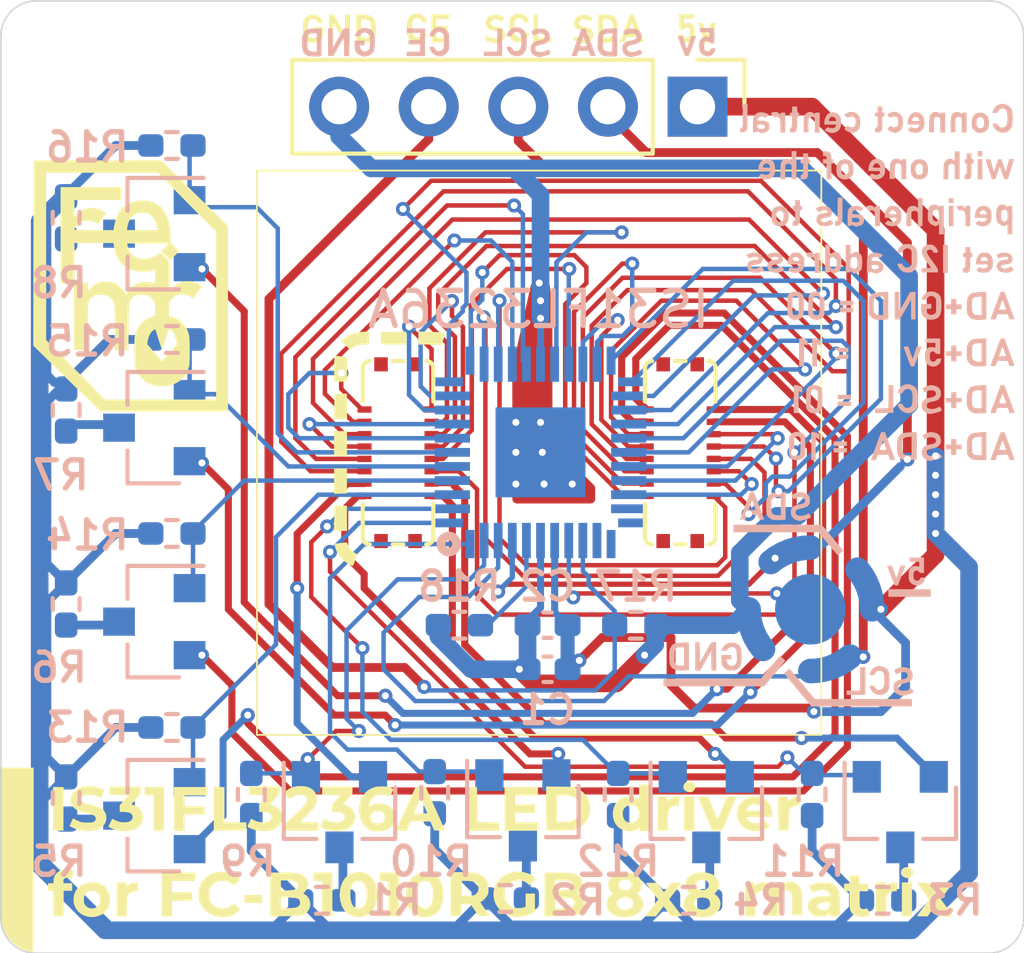
<source format=kicad_pcb>
(kicad_pcb (version 20171130) (host pcbnew "(5.1.9)-1")
  (layers (0 F.Cu signal hide) (31 B.Cu signal) (34 B.Paste user) (35 F.Paste user) (36 B.SilkS user) (37 F.SilkS user) (38 B.Mask user) (39 F.Mask user) (44 Edge.Cuts user))
  (net 0 "")
  (net 1 B4)
  (net 2 G4)
  (net 3 R4)
  (net 4 A4)
  (net 5 A3)
  (net 6 R3)
  (net 7 G3)
  (net 8 B3)
  (net 9 B2)
  (net 10 G2)
  (net 11 R2)
  (net 12 A2)
  (net 13 A1)
  (net 14 R1)
  (net 15 G1)
  (net 16 B1)
  (net 17 B8)
  (net 18 G8)
  (net 19 R8)
  (net 20 A8)
  (net 21 A7)
  (net 22 R7)
  (net 23 G7)
  (net 24 B7)
  (net 25 B6)
  (net 26 G6)
  (net 27 R6)
  (net 28 A6)
  (net 29 A5)
  (net 30 R5)
  (net 31 G5)
  (net 32 B5)
  (net 33 VCC)
  (net 34 GND)
  (net 35 SDA)
  (net 36 SCL)
  (net 37 AD)
  (net 38 "Net-(Q1-Pad3)")
  (net 39 "Net-(Q1-Pad1)")
  (net 40 "Net-(Q2-Pad1)")
  (net 41 "Net-(Q2-Pad3)")
  (net 42 "Net-(Q3-Pad3)")
  (net 43 "Net-(Q3-Pad1)")
  (net 44 "Net-(Q4-Pad1)")
  (net 45 "Net-(Q4-Pad3)")
  (net 46 "Net-(Q5-Pad3)")
  (net 47 "Net-(Q5-Pad1)")
  (net 48 "Net-(Q6-Pad1)")
  (net 49 "Net-(Q6-Pad3)")
  (net 50 "Net-(Q7-Pad3)")
  (net 51 "Net-(Q7-Pad1)")
  (net 52 "Net-(Q8-Pad1)")
  (net 53 "Net-(Q8-Pad3)")
  (net 54 SDB)
  (net 55 "Net-(R18-Pad1)")
  (net 56 "Net-(U1-Pad33)")
  (net 57 "Net-(U1-Pad34)")
  (net 58 "Net-(U1-Pad32)")
  (net 59 "Net-(U1-Pad35)")
  (module "Matrix_8X8_1010_(FC-B1010RGBT-HG):Driver_board_back_silk" (layer F.Cu) (at 115.6 100.3)
    (fp_text reference Ref** hide)
    (fp_text value Val** hide)
  )
  (module "Matrix_8X8_1010_(FC-B1010RGBT-HG):Driver_board_front_silk" (layer F.Cu) (at 110.7 111.1)
    (fp_text reference Ref** hide)
    (fp_text value Val** hide)
  )
  (module "Matrix_8X8_1010_(FC-B1010RGBT-HG):Key_front" (layer F.Cu) (at 106.2 118.5)
    (fp_text reference Ref** hide)
    (fp_text value Val** hide)
  )
  (module "_kicad_selfmadeStandartFootprint:Conn_Molex_5050661622(SlimStack_16pin_receptable)" (layer F.Cu) (at 108.26 109.81 90)
    (fp_text reference J1 hide)
    (fp_text value Right_conn)
    (pad 0 smd rect (at -2.505 0.4825 90) (size 0.4 0.385) (layers F.Cu F.Paste F.Mask))
    (pad 14 smd rect (at -0.525 0.95 90) (size 0.18 0.4) (layers F.Cu F.Paste F.Mask) (net 1 B4))
    (pad 16 smd rect (at -1.225 0.95 90) (size 0.18 0.4) (layers F.Cu F.Paste F.Mask) (net 4 A4))
    (pad 15 smd rect (at -0.875 0.95 90) (size 0.18 0.4) (layers F.Cu F.Paste F.Mask) (net 5 A3))
    (pad 11 smd rect (at 0.525 0.95 90) (size 0.18 0.4) (layers F.Cu F.Paste F.Mask) (net 8 B3))
    (pad 9 smd rect (at 1.225 0.95 90) (size 0.18 0.4) (layers F.Cu F.Paste F.Mask) (net 6 R3))
    (pad 10 smd rect (at 0.875 0.95 90) (size 0.18 0.4) (layers F.Cu F.Paste F.Mask) (net 7 G3))
    (pad 13 smd rect (at -0.175 0.95 90) (size 0.18 0.4) (layers F.Cu F.Paste F.Mask) (net 2 G4))
    (pad 12 smd rect (at 0.175 0.95 90) (size 0.18 0.4) (layers F.Cu F.Paste F.Mask) (net 3 R4))
    (pad 0 smd rect (at 2.505 0.4825 90) (size 0.4 0.385) (layers F.Cu F.Paste F.Mask))
    (pad 0 smd rect (at 2.505 -0.4825 90) (size 0.4 0.385) (layers F.Cu F.Paste F.Mask))
    (pad 0 smd rect (at -2.505 -0.4825 90) (size 0.4 0.385) (layers F.Cu F.Paste F.Mask))
    (pad 8 smd rect (at 1.225 -0.95 90) (size 0.18 0.4) (layers F.Cu F.Paste F.Mask) (net 14 R1))
    (pad 7 smd rect (at 0.875 -0.95 90) (size 0.18 0.4) (layers F.Cu F.Paste F.Mask) (net 15 G1))
    (pad 6 smd rect (at 0.525 -0.95 90) (size 0.18 0.4) (layers F.Cu F.Paste F.Mask) (net 16 B1))
    (pad 5 smd rect (at 0.175 -0.95 90) (size 0.18 0.4) (layers F.Cu F.Paste F.Mask) (net 11 R2))
    (pad 1 smd rect (at -1.225 -0.95 90) (size 0.18 0.4) (layers F.Cu F.Paste F.Mask) (net 12 A2))
    (pad 2 smd rect (at -0.875 -0.95 90) (size 0.18 0.4) (layers F.Cu F.Paste F.Mask) (net 13 A1))
    (pad 3 smd rect (at -0.525 -0.95 90) (size 0.18 0.4) (layers F.Cu F.Paste F.Mask) (net 9 B2))
    (pad 4 smd rect (at -0.175 -0.95 90) (size 0.18 0.4) (layers F.Cu F.Paste F.Mask) (net 10 G2))
  )
  (module "_kicad_selfmadeStandartFootprint:Conn_Molex_5050661622(SlimStack_16pin_receptable)" (layer F.Cu) (at 116.26 109.81 90)
    (fp_text reference J2 hide)
    (fp_text value Left_conn)
    (pad 4 smd rect (at -0.175 -0.95 90) (size 0.18 0.4) (layers F.Cu F.Paste F.Mask) (net 30 R5))
    (pad 3 smd rect (at -0.525 -0.95 90) (size 0.18 0.4) (layers F.Cu F.Paste F.Mask) (net 25 B6))
    (pad 2 smd rect (at -0.875 -0.95 90) (size 0.18 0.4) (layers F.Cu F.Paste F.Mask) (net 26 G6))
    (pad 1 smd rect (at -1.225 -0.95 90) (size 0.18 0.4) (layers F.Cu F.Paste F.Mask) (net 27 R6))
    (pad 5 smd rect (at 0.175 -0.95 90) (size 0.18 0.4) (layers F.Cu F.Paste F.Mask) (net 31 G5))
    (pad 6 smd rect (at 0.525 -0.95 90) (size 0.18 0.4) (layers F.Cu F.Paste F.Mask) (net 32 B5))
    (pad 7 smd rect (at 0.875 -0.95 90) (size 0.18 0.4) (layers F.Cu F.Paste F.Mask) (net 28 A6))
    (pad 8 smd rect (at 1.225 -0.95 90) (size 0.18 0.4) (layers F.Cu F.Paste F.Mask) (net 29 A5))
    (pad 0 smd rect (at -2.505 -0.4825 90) (size 0.4 0.385) (layers F.Cu F.Paste F.Mask))
    (pad 0 smd rect (at 2.505 -0.4825 90) (size 0.4 0.385) (layers F.Cu F.Paste F.Mask))
    (pad 0 smd rect (at 2.505 0.4825 90) (size 0.4 0.385) (layers F.Cu F.Paste F.Mask))
    (pad 12 smd rect (at 0.175 0.95 90) (size 0.18 0.4) (layers F.Cu F.Paste F.Mask) (net 23 G7))
    (pad 13 smd rect (at -0.175 0.95 90) (size 0.18 0.4) (layers F.Cu F.Paste F.Mask) (net 22 R7))
    (pad 10 smd rect (at 0.875 0.95 90) (size 0.18 0.4) (layers F.Cu F.Paste F.Mask) (net 20 A8))
    (pad 9 smd rect (at 1.225 0.95 90) (size 0.18 0.4) (layers F.Cu F.Paste F.Mask) (net 21 A7))
    (pad 11 smd rect (at 0.525 0.95 90) (size 0.18 0.4) (layers F.Cu F.Paste F.Mask) (net 24 B7))
    (pad 15 smd rect (at -0.875 0.95 90) (size 0.18 0.4) (layers F.Cu F.Paste F.Mask) (net 18 G8))
    (pad 16 smd rect (at -1.225 0.95 90) (size 0.18 0.4) (layers F.Cu F.Paste F.Mask) (net 19 R8))
    (pad 14 smd rect (at -0.525 0.95 90) (size 0.18 0.4) (layers F.Cu F.Paste F.Mask) (net 17 B8))
    (pad 0 smd rect (at -2.505 0.4825 90) (size 0.4 0.385) (layers F.Cu F.Paste F.Mask))
  )
  (module Capacitor_SMD:C_0402_1005Metric_Pad0.74x0.62mm_HandSolder (layer B.Cu) (at 112.5 115.95 180)
    (fp_text reference C1 (at 0 -1.15) (layer B.SilkS) (effects (font (size 0.8 0.8) (thickness 0.153)) (justify mirror)))
    (fp_text value 1uF)
    (pad 1 smd roundrect (at -0.5675 0 180) (size 0.735 0.62) (layers B.Cu B.Paste B.Mask) (net 33 VCC))
    (pad 2 smd roundrect (at 0.5675 0 180) (size 0.735 0.62) (layers B.Cu B.Paste B.Mask) (net 34 GND))
  )
  (module Capacitor_SMD:C_0402_1005Metric_Pad0.74x0.62mm_HandSolder (layer B.Cu) (at 112.5 114.7 180)
    (fp_text reference C2 (at 0 1.1) (layer B.SilkS) (effects (font (size 0.8 0.8) (thickness 0.153)) (justify mirror)))
    (fp_text value 100nF)
    (pad 2 smd roundrect (at 0.5675 0 180) (size 0.735 0.62) (layers B.Cu B.Paste B.Mask) (net 34 GND))
    (pad 1 smd roundrect (at -0.5675 0 180) (size 0.735 0.62) (layers B.Cu B.Paste B.Mask) (net 33 VCC))
  )
  (module Connector_PinHeader_2.54mm:PinHeader_1x05_P2.54mm_Vertical (layer F.Cu) (at 116.75 100 270)
    (fp_text reference J3 hide)
    (fp_text value Conn_01x05_Male)
    (pad 1 thru_hole rect (at 0 0 270) (size 1.7 1.7) (drill 1) (layers *.Cu *.Mask) (net 33 VCC))
    (pad 2 thru_hole oval (at 0 2.54 270) (size 1.7 1.7) (drill 1) (layers *.Cu *.Mask) (net 35 SDA))
    (pad 3 thru_hole oval (at 0 5.08 270) (size 1.7 1.7) (drill 1) (layers *.Cu *.Mask) (net 36 SCL))
    (pad 4 thru_hole oval (at 0 7.62 270) (size 1.7 1.7) (drill 1) (layers *.Cu *.Mask) (net 54 SDB))
    (pad 5 thru_hole oval (at 0 10.16 270) (size 1.7 1.7) (drill 1) (layers *.Cu *.Mask) (net 34 GND))
  )
  (module _kicad_selfmadeStandartFootprint:SolderJumper-4 (layer B.Cu) (at 119.95 114.25)
    (fp_text reference JP1 hide)
    (fp_text value SolderJumper_4_Open)
    (pad 1 smd circle (at 0 0) (size 2 2) (layers B.Cu B.Paste B.Mask) (net 37 AD))
    (pad 2 smd custom (at 1.75 0) (size 0.7 0.7) (layers B.Cu B.Paste B.Mask) (net 33 VCC) (options (clearance outline) (anchor circle)) (primitives (gr_arc (start -1.75 0) (end 0 0) (angle -40) (width 0.7))))
    (pad 3 smd custom (at 0 1.75 270) (size 0.7 0.7) (layers B.Cu B.Paste B.Mask) (net 36 SCL) (options (clearance outline) (anchor circle)) (primitives (gr_arc (start -1.75 0) (end 0 0) (angle -40) (width 0.7))))
    (pad 4 smd custom (at -1.75 0 180) (size 0.7 0.7) (layers B.Cu B.Paste B.Mask) (net 34 GND) (options (clearance outline) (anchor circle)) (primitives (gr_arc (start -1.75 0) (end 0 0) (angle -40) (width 0.7))))
    (pad 5 smd custom (at 0 -1.75 90) (size 0.7 0.7) (layers B.Cu B.Paste B.Mask) (net 35 SDA) (options (clearance outline) (anchor circle)) (primitives (gr_arc (start -1.75 0) (end 0 0) (angle -40) (width 0.7))))
  )
  (module Package_TO_SOT_SMD:SOT-23 (layer B.Cu) (at 106.6 120 270)
    (fp_text reference Q1 hide)
    (fp_text value "S8550(SOT-23)")
    (pad 3 smd rect (at 1 0 270) (size 0.9 0.8) (layers B.Cu B.Paste B.Mask) (net 38 "Net-(Q1-Pad3)"))
    (pad 2 smd rect (at -1 -0.95 270) (size 0.9 0.8) (layers B.Cu B.Paste B.Mask) (net 13 A1))
    (pad 1 smd rect (at -1 0.95 270) (size 0.9 0.8) (layers B.Cu B.Paste B.Mask) (net 39 "Net-(Q1-Pad1)"))
  )
  (module Package_TO_SOT_SMD:SOT-23 (layer B.Cu) (at 111.8 119.95 270)
    (fp_text reference Q2 hide)
    (fp_text value "S8550(SOT-23)")
    (pad 1 smd rect (at -1 0.95 270) (size 0.9 0.8) (layers B.Cu B.Paste B.Mask) (net 40 "Net-(Q2-Pad1)"))
    (pad 2 smd rect (at -1 -0.95 270) (size 0.9 0.8) (layers B.Cu B.Paste B.Mask) (net 12 A2))
    (pad 3 smd rect (at 1 0 270) (size 0.9 0.8) (layers B.Cu B.Paste B.Mask) (net 41 "Net-(Q2-Pad3)"))
  )
  (module Package_TO_SOT_SMD:SOT-23 (layer B.Cu) (at 122.5 120 270)
    (fp_text reference Q3 hide)
    (fp_text value "S8550(SOT-23)")
    (pad 3 smd rect (at 1 0 270) (size 0.9 0.8) (layers B.Cu B.Paste B.Mask) (net 42 "Net-(Q3-Pad3)"))
    (pad 2 smd rect (at -1 -0.95 270) (size 0.9 0.8) (layers B.Cu B.Paste B.Mask) (net 5 A3))
    (pad 1 smd rect (at -1 0.95 270) (size 0.9 0.8) (layers B.Cu B.Paste B.Mask) (net 43 "Net-(Q3-Pad1)"))
  )
  (module Package_TO_SOT_SMD:SOT-23 (layer B.Cu) (at 117 120 270)
    (fp_text reference Q4 hide)
    (fp_text value "S8550(SOT-23)")
    (pad 1 smd rect (at -1 0.95 270) (size 0.9 0.8) (layers B.Cu B.Paste B.Mask) (net 44 "Net-(Q4-Pad1)"))
    (pad 2 smd rect (at -1 -0.95 270) (size 0.9 0.8) (layers B.Cu B.Paste B.Mask) (net 4 A4))
    (pad 3 smd rect (at 1 0 270) (size 0.9 0.8) (layers B.Cu B.Paste B.Mask) (net 45 "Net-(Q4-Pad3)"))
  )
  (module Package_TO_SOT_SMD:SOT-23 (layer B.Cu) (at 101.35 120.1 180)
    (fp_text reference Q5 hide)
    (fp_text value "S8550(SOT-23)")
    (pad 3 smd rect (at 1 0 180) (size 0.9 0.8) (layers B.Cu B.Paste B.Mask) (net 46 "Net-(Q5-Pad3)"))
    (pad 2 smd rect (at -1 -0.95 180) (size 0.9 0.8) (layers B.Cu B.Paste B.Mask) (net 29 A5))
    (pad 1 smd rect (at -1 0.95 180) (size 0.9 0.8) (layers B.Cu B.Paste B.Mask) (net 47 "Net-(Q5-Pad1)"))
  )
  (module Package_TO_SOT_SMD:SOT-23 (layer B.Cu) (at 101.35 114.6 180)
    (fp_text reference Q6 hide)
    (fp_text value "S8550(SOT-23)")
    (pad 1 smd rect (at -1 0.95 180) (size 0.9 0.8) (layers B.Cu B.Paste B.Mask) (net 48 "Net-(Q6-Pad1)"))
    (pad 2 smd rect (at -1 -0.95 180) (size 0.9 0.8) (layers B.Cu B.Paste B.Mask) (net 28 A6))
    (pad 3 smd rect (at 1 0 180) (size 0.9 0.8) (layers B.Cu B.Paste B.Mask) (net 49 "Net-(Q6-Pad3)"))
  )
  (module Package_TO_SOT_SMD:SOT-23 (layer B.Cu) (at 101.35 109.1 180)
    (fp_text reference Q7 hide)
    (fp_text value "S8550(SOT-23)")
    (pad 3 smd rect (at 1 0 180) (size 0.9 0.8) (layers B.Cu B.Paste B.Mask) (net 50 "Net-(Q7-Pad3)"))
    (pad 2 smd rect (at -1 -0.95 180) (size 0.9 0.8) (layers B.Cu B.Paste B.Mask) (net 21 A7))
    (pad 1 smd rect (at -1 0.95 180) (size 0.9 0.8) (layers B.Cu B.Paste B.Mask) (net 51 "Net-(Q7-Pad1)"))
  )
  (module Package_TO_SOT_SMD:SOT-23 (layer B.Cu) (at 101.35 103.6 180)
    (fp_text reference Q8 hide)
    (fp_text value "S8550(SOT-23)")
    (pad 1 smd rect (at -1 0.95 180) (size 0.9 0.8) (layers B.Cu B.Paste B.Mask) (net 52 "Net-(Q8-Pad1)"))
    (pad 2 smd rect (at -1 -0.95 180) (size 0.9 0.8) (layers B.Cu B.Paste B.Mask) (net 20 A8))
    (pad 3 smd rect (at 1 0 180) (size 0.9 0.8) (layers B.Cu B.Paste B.Mask) (net 53 "Net-(Q8-Pad3)"))
  )
  (module Resistor_SMD:R_0402_1005Metric_Pad0.72x0.64mm_HandSolder (layer B.Cu) (at 106.1 122.5)
    (fp_text reference R1 (at 2.05 0) (layer B.SilkS) (effects (font (size 0.8 0.8) (thickness 0.153)) (justify mirror)))
    (fp_text value 22)
    (pad 2 smd roundrect (at 0.5975 0) (size 0.715 0.64) (layers B.Cu B.Paste B.Mask) (net 38 "Net-(Q1-Pad3)"))
    (pad 1 smd roundrect (at -0.5975 0) (size 0.715 0.64) (layers B.Cu B.Paste B.Mask) (net 33 VCC))
  )
  (module Resistor_SMD:R_0402_1005Metric_Pad0.72x0.64mm_HandSolder (layer B.Cu) (at 111.3 122.45)
    (fp_text reference R2 (at 2.05 0.05) (layer B.SilkS) (effects (font (size 0.8 0.8) (thickness 0.153)) (justify mirror)))
    (fp_text value 22)
    (pad 1 smd roundrect (at -0.5975 0) (size 0.715 0.64) (layers B.Cu B.Paste B.Mask) (net 33 VCC))
    (pad 2 smd roundrect (at 0.5975 0) (size 0.715 0.64) (layers B.Cu B.Paste B.Mask) (net 41 "Net-(Q2-Pad3)"))
  )
  (module Resistor_SMD:R_0402_1005Metric_Pad0.72x0.64mm_HandSolder (layer B.Cu) (at 122 122.5)
    (fp_text reference R3 (at 2.05 0) (layer B.SilkS) (effects (font (size 0.8 0.8) (thickness 0.153)) (justify mirror)))
    (fp_text value 22)
    (pad 1 smd roundrect (at -0.5975 0) (size 0.715 0.64) (layers B.Cu B.Paste B.Mask) (net 33 VCC))
    (pad 2 smd roundrect (at 0.5975 0) (size 0.715 0.64) (layers B.Cu B.Paste B.Mask) (net 42 "Net-(Q3-Pad3)"))
  )
  (module Resistor_SMD:R_0402_1005Metric_Pad0.72x0.64mm_HandSolder (layer B.Cu) (at 116.5 122.5)
    (fp_text reference R4 (at 2.05 0 180) (layer B.SilkS) (effects (font (size 0.8 0.8) (thickness 0.153)) (justify mirror)))
    (fp_text value 22)
    (pad 2 smd roundrect (at 0.5975 0) (size 0.715 0.64) (layers B.Cu B.Paste B.Mask) (net 45 "Net-(Q4-Pad3)"))
    (pad 1 smd roundrect (at -0.5975 0) (size 0.715 0.64) (layers B.Cu B.Paste B.Mask) (net 33 VCC))
  )
  (module Resistor_SMD:R_0402_1005Metric_Pad0.72x0.64mm_HandSolder (layer B.Cu) (at 98.85 119.6 270)
    (fp_text reference R5 (at 1.8 0.2 180) (layer B.SilkS) (effects (font (size 0.8 0.8) (thickness 0.153)) (justify mirror)))
    (fp_text value 22)
    (pad 1 smd roundrect (at -0.5975 0 270) (size 0.715 0.64) (layers B.Cu B.Paste B.Mask) (net 33 VCC))
    (pad 2 smd roundrect (at 0.5975 0 270) (size 0.715 0.64) (layers B.Cu B.Paste B.Mask) (net 46 "Net-(Q5-Pad3)"))
  )
  (module Resistor_SMD:R_0402_1005Metric_Pad0.72x0.64mm_HandSolder (layer B.Cu) (at 98.85 114.1 270)
    (fp_text reference R6 (at 1.8 0.2 180) (layer B.SilkS) (effects (font (size 0.8 0.8) (thickness 0.153)) (justify mirror)))
    (fp_text value 22)
    (pad 2 smd roundrect (at 0.5975 0 270) (size 0.715 0.64) (layers B.Cu B.Paste B.Mask) (net 49 "Net-(Q6-Pad3)"))
    (pad 1 smd roundrect (at -0.5975 0 270) (size 0.715 0.64) (layers B.Cu B.Paste B.Mask) (net 33 VCC))
  )
  (module Resistor_SMD:R_0402_1005Metric_Pad0.72x0.64mm_HandSolder (layer B.Cu) (at 98.85 108.6 270)
    (fp_text reference R7 (at 1.85 0.15 180) (layer B.SilkS) (effects (font (size 0.8 0.8) (thickness 0.153)) (justify mirror)))
    (fp_text value 22)
    (pad 1 smd roundrect (at -0.5975 0 270) (size 0.715 0.64) (layers B.Cu B.Paste B.Mask) (net 33 VCC))
    (pad 2 smd roundrect (at 0.5975 0 270) (size 0.715 0.64) (layers B.Cu B.Paste B.Mask) (net 50 "Net-(Q7-Pad3)"))
  )
  (module Resistor_SMD:R_0402_1005Metric_Pad0.72x0.64mm_HandSolder (layer B.Cu) (at 98.85 103.15 270)
    (fp_text reference R8 (at 1.85 0.2 180) (layer B.SilkS) (effects (font (size 0.8 0.8) (thickness 0.153)) (justify mirror)))
    (fp_text value 22)
    (pad 2 smd roundrect (at 0.5975 0 270) (size 0.715 0.64) (layers B.Cu B.Paste B.Mask) (net 53 "Net-(Q8-Pad3)"))
    (pad 1 smd roundrect (at -0.5975 0 270) (size 0.715 0.64) (layers B.Cu B.Paste B.Mask) (net 33 VCC))
  )
  (module Resistor_SMD:R_0402_1005Metric_Pad0.72x0.64mm_HandSolder (layer B.Cu) (at 104.1 119.5 90)
    (fp_text reference R9 (at -1.9 -0.1 180) (layer B.SilkS) (effects (font (size 0.8 0.8) (thickness 0.153)) (justify mirror)))
    (fp_text value 10k)
    (pad 2 smd roundrect (at 0.5975 0 90) (size 0.715 0.64) (layers B.Cu B.Paste B.Mask) (net 39 "Net-(Q1-Pad1)"))
    (pad 1 smd roundrect (at -0.5975 0 90) (size 0.715 0.64) (layers B.Cu B.Paste B.Mask) (net 33 VCC))
  )
  (module Resistor_SMD:R_0402_1005Metric_Pad0.72x0.64mm_HandSolder (layer B.Cu) (at 109.3 119.45 90)
    (fp_text reference R10 (at -1.95 -0.1 180) (layer B.SilkS) (effects (font (size 0.8 0.8) (thickness 0.153)) (justify mirror)))
    (fp_text value 10k)
    (pad 1 smd roundrect (at -0.5975 0 90) (size 0.715 0.64) (layers B.Cu B.Paste B.Mask) (net 33 VCC))
    (pad 2 smd roundrect (at 0.5975 0 90) (size 0.715 0.64) (layers B.Cu B.Paste B.Mask) (net 40 "Net-(Q2-Pad1)"))
  )
  (module Resistor_SMD:R_0402_1005Metric_Pad0.72x0.64mm_HandSolder (layer B.Cu) (at 120 119.5 90)
    (fp_text reference R11 (at -1.9 -0.25 180) (layer B.SilkS) (effects (font (size 0.8 0.8) (thickness 0.153)) (justify mirror)))
    (fp_text value 10k)
    (pad 2 smd roundrect (at 0.5975 0 90) (size 0.715 0.64) (layers B.Cu B.Paste B.Mask) (net 43 "Net-(Q3-Pad1)"))
    (pad 1 smd roundrect (at -0.5975 0 90) (size 0.715 0.64) (layers B.Cu B.Paste B.Mask) (net 33 VCC))
  )
  (module Resistor_SMD:R_0402_1005Metric_Pad0.72x0.64mm_HandSolder (layer B.Cu) (at 114.5 119.5 90)
    (fp_text reference R12 (at -1.9 0 180) (layer B.SilkS) (effects (font (size 0.8 0.8) (thickness 0.153)) (justify mirror)))
    (fp_text value 10k)
    (pad 1 smd roundrect (at -0.5975 0 90) (size 0.715 0.64) (layers B.Cu B.Paste B.Mask) (net 33 VCC))
    (pad 2 smd roundrect (at 0.5975 0 90) (size 0.715 0.64) (layers B.Cu B.Paste B.Mask) (net 44 "Net-(Q4-Pad1)"))
  )
  (module Resistor_SMD:R_0402_1005Metric_Pad0.72x0.64mm_HandSolder (layer B.Cu) (at 101.85 117.6)
    (fp_text reference R13 (at -2.4 0) (layer B.SilkS) (effects (font (size 0.8 0.8) (thickness 0.153)) (justify mirror)))
    (fp_text value 10k)
    (pad 2 smd roundrect (at 0.5975 0) (size 0.715 0.64) (layers B.Cu B.Paste B.Mask) (net 47 "Net-(Q5-Pad1)"))
    (pad 1 smd roundrect (at -0.5975 0) (size 0.715 0.64) (layers B.Cu B.Paste B.Mask) (net 33 VCC))
  )
  (module Resistor_SMD:R_0402_1005Metric_Pad0.72x0.64mm_HandSolder (layer B.Cu) (at 101.85 112.1)
    (fp_text reference R14 (at -2.4 0.05) (layer B.SilkS) (effects (font (size 0.8 0.8) (thickness 0.153)) (justify mirror)))
    (fp_text value 10k)
    (pad 1 smd roundrect (at -0.5975 0) (size 0.715 0.64) (layers B.Cu B.Paste B.Mask) (net 33 VCC))
    (pad 2 smd roundrect (at 0.5975 0) (size 0.715 0.64) (layers B.Cu B.Paste B.Mask) (net 48 "Net-(Q6-Pad1)"))
  )
  (module Resistor_SMD:R_0402_1005Metric_Pad0.72x0.64mm_HandSolder (layer B.Cu) (at 101.85 106.6)
    (fp_text reference R15 (at -2.4 0.05) (layer B.SilkS) (effects (font (size 0.8 0.8) (thickness 0.153)) (justify mirror)))
    (fp_text value 10k)
    (pad 1 smd roundrect (at -0.5975 0) (size 0.715 0.64) (layers B.Cu B.Paste B.Mask) (net 33 VCC))
    (pad 2 smd roundrect (at 0.5975 0) (size 0.715 0.64) (layers B.Cu B.Paste B.Mask) (net 51 "Net-(Q7-Pad1)"))
  )
  (module Resistor_SMD:R_0402_1005Metric_Pad0.72x0.64mm_HandSolder (layer B.Cu) (at 101.85 101.1)
    (fp_text reference R16 (at -2.4 0.05) (layer B.SilkS) (effects (font (size 0.8 0.8) (thickness 0.153)) (justify mirror)))
    (fp_text value 10k)
    (pad 2 smd roundrect (at 0.5975 0) (size 0.715 0.64) (layers B.Cu B.Paste B.Mask) (net 52 "Net-(Q8-Pad1)"))
    (pad 1 smd roundrect (at -0.5975 0) (size 0.715 0.64) (layers B.Cu B.Paste B.Mask) (net 33 VCC))
  )
  (module Resistor_SMD:R_0402_1005Metric_Pad0.72x0.64mm_HandSolder (layer B.Cu) (at 115 114.7)
    (fp_text reference R17 (at 0 -1.1) (layer B.SilkS) (effects (font (size 0.8 0.8) (thickness 0.153)) (justify mirror)))
    (fp_text value 10k)
    (pad 2 smd roundrect (at 0.5975 0) (size 0.715 0.64) (layers B.Cu B.Paste B.Mask) (net 34 GND))
    (pad 1 smd roundrect (at -0.5975 0) (size 0.715 0.64) (layers B.Cu B.Paste B.Mask) (net 54 SDB))
  )
  (module Resistor_SMD:R_0402_1005Metric_Pad0.72x0.64mm_HandSolder (layer B.Cu) (at 110 114.7 180)
    (fp_text reference R18 (at 0 1.1) (layer B.SilkS) (effects (font (size 0.8 0.8) (thickness 0.153)) (justify mirror)))
    (fp_text value 7,68k)
    (pad 1 smd roundrect (at -0.5975 0 180) (size 0.715 0.64) (layers B.Cu B.Paste B.Mask) (net 55 "Net-(R18-Pad1)"))
    (pad 2 smd roundrect (at 0.5975 0 180) (size 0.715 0.64) (layers B.Cu B.Paste B.Mask) (net 34 GND))
  )
  (module "_mylib:IS31FL3236A_(QFN-44)" (layer B.Cu) (at 112.3 109.8)
    (fp_text reference IS31FL3236A (at -0.05 -4.05) (layer B.SilkS) (effects (justify mirror)))
    (fp_text value IS31FL3236A)
    (pad 1 smd rect (at -2.6 2) (size 0.8 0.25) (layers B.Cu B.Paste B.Mask) (net 43 "Net-(Q3-Pad1)"))
    (pad 44 smd rect (at -2 2.6 270) (size 0.8 0.25) (layers B.Cu B.Paste B.Mask) (net 40 "Net-(Q2-Pad1)"))
    (pad 12 smd rect (at -2 -2.6 270) (size 0.8 0.25) (layers B.Cu B.Paste B.Mask) (net 27 R6))
    (pad 11 smd rect (at -2.6 -2 180) (size 0.8 0.25) (layers B.Cu B.Paste B.Mask) (net 30 R5))
    (pad 33 smd rect (at 2.6 2 180) (size 0.8 0.25) (layers B.Cu B.Paste B.Mask) (net 56 "Net-(U1-Pad33)"))
    (pad 34 smd rect (at 2 2.6 90) (size 0.8 0.25) (layers B.Cu B.Paste B.Mask) (net 57 "Net-(U1-Pad34)"))
    (pad 23 smd rect (at 2.6 -2 180) (size 0.8 0.25) (layers B.Cu B.Paste B.Mask) (net 18 G8))
    (pad 22 smd rect (at 2 -2.6 90) (size 0.8 0.25) (layers B.Cu B.Paste B.Mask) (net 23 G7))
    (pad 2 smd rect (at -2.5 1.6) (size 1 0.25) (layers B.Cu B.Paste B.Mask) (net 44 "Net-(Q4-Pad1)"))
    (pad 3 smd rect (at -2.5 1.2) (size 1 0.25) (layers B.Cu B.Paste B.Mask) (net 47 "Net-(Q5-Pad1)"))
    (pad 4 smd rect (at -2.5 0.8) (size 1 0.25) (layers B.Cu B.Paste B.Mask) (net 48 "Net-(Q6-Pad1)"))
    (pad 5 smd rect (at -2.5 0.4) (size 1 0.25) (layers B.Cu B.Paste B.Mask) (net 51 "Net-(Q7-Pad1)"))
    (pad 6 smd rect (at -2.5 0) (size 1 0.25) (layers B.Cu B.Paste B.Mask) (net 52 "Net-(Q8-Pad1)"))
    (pad 7 smd rect (at -2.5 -0.4) (size 1 0.25) (layers B.Cu B.Paste B.Mask) (net 14 R1))
    (pad 8 smd rect (at -2.5 -0.8) (size 1 0.25) (layers B.Cu B.Paste B.Mask) (net 11 R2))
    (pad 9 smd rect (at -2.5 -1.2) (size 1 0.25) (layers B.Cu B.Paste B.Mask) (net 6 R3))
    (pad 10 smd rect (at -2.5 -1.6) (size 1 0.25) (layers B.Cu B.Paste B.Mask) (net 3 R4))
    (pad 13 smd rect (at -1.6 -2.5 270) (size 1 0.25) (layers B.Cu B.Paste B.Mask) (net 22 R7))
    (pad 14 smd rect (at -1.2 -2.5 270) (size 1 0.25) (layers B.Cu B.Paste B.Mask) (net 19 R8))
    (pad 15 smd rect (at -0.8 -2.5 270) (size 1 0.25) (layers B.Cu B.Paste B.Mask) (net 15 G1))
    (pad 16 smd rect (at -0.4 -2.5 270) (size 1 0.25) (layers B.Cu B.Paste B.Mask) (net 10 G2))
    (pad 17 smd rect (at 0 -2.5 270) (size 1 0.25) (layers B.Cu B.Paste B.Mask) (net 34 GND))
    (pad 18 smd rect (at 0.4 -2.5 270) (size 1 0.25) (layers B.Cu B.Paste B.Mask) (net 7 G3))
    (pad 19 smd rect (at 0.8 -2.5 270) (size 1 0.25) (layers B.Cu B.Paste B.Mask) (net 2 G4))
    (pad 20 smd rect (at 1.2 -2.5 270) (size 1 0.25) (layers B.Cu B.Paste B.Mask) (net 31 G5))
    (pad 21 smd rect (at 1.6 -2.5 270) (size 1 0.25) (layers B.Cu B.Paste B.Mask) (net 26 G6))
    (pad 24 smd rect (at 2.5 -1.6 180) (size 1 0.25) (layers B.Cu B.Paste B.Mask) (net 16 B1))
    (pad 25 smd rect (at 2.5 -1.2 180) (size 1 0.25) (layers B.Cu B.Paste B.Mask) (net 9 B2))
    (pad 26 smd rect (at 2.5 -0.8 180) (size 1 0.25) (layers B.Cu B.Paste B.Mask) (net 8 B3))
    (pad 27 smd rect (at 2.5 -0.4 180) (size 1 0.25) (layers B.Cu B.Paste B.Mask) (net 1 B4))
    (pad 28 smd rect (at 2.5 0 180) (size 1 0.25) (layers B.Cu B.Paste B.Mask) (net 32 B5))
    (pad 29 smd rect (at 2.5 0.4 180) (size 1 0.25) (layers B.Cu B.Paste B.Mask) (net 25 B6))
    (pad 30 smd rect (at 2.5 0.8 180) (size 1 0.25) (layers B.Cu B.Paste B.Mask) (net 24 B7))
    (pad 31 smd rect (at 2.5 1.2 180) (size 1 0.25) (layers B.Cu B.Paste B.Mask) (net 17 B8))
    (pad 32 smd rect (at 2.5 1.6 180) (size 1 0.25) (layers B.Cu B.Paste B.Mask) (net 58 "Net-(U1-Pad32)"))
    (pad 35 smd rect (at 1.6 2.5 90) (size 1 0.25) (layers B.Cu B.Paste B.Mask) (net 59 "Net-(U1-Pad35)"))
    (pad 36 smd rect (at 1.2 2.5 90) (size 1 0.25) (layers B.Cu B.Paste B.Mask) (net 54 SDB))
    (pad 37 smd rect (at 0.8 2.5 90) (size 1 0.25) (layers B.Cu B.Paste B.Mask) (net 37 AD))
    (pad 38 smd rect (at 0.4 2.5 90) (size 1 0.25) (layers B.Cu B.Paste B.Mask) (net 33 VCC))
    (pad 39 smd rect (at 0 2.5 90) (size 1 0.25) (layers B.Cu B.Paste B.Mask) (net 34 GND))
    (pad 40 smd rect (at -0.4 2.5 90) (size 1 0.25) (layers B.Cu B.Paste B.Mask) (net 55 "Net-(R18-Pad1)"))
    (pad 41 smd rect (at -0.8 2.5 90) (size 1 0.25) (layers B.Cu B.Paste B.Mask) (net 35 SDA))
    (pad 42 smd rect (at -1.2 2.5 90) (size 1 0.25) (layers B.Cu B.Paste B.Mask) (net 36 SCL))
    (pad 43 smd rect (at -1.6 2.5 90) (size 1 0.25) (layers B.Cu B.Paste B.Mask) (net 39 "Net-(Q1-Pad1)"))
    (pad 0 smd rect (at 0 0 90) (size 2.55 2.55) (layers B.Cu B.Paste B.Mask) (net 34 GND))
  )
  (gr_arc (start 125 98) (end 126 98) (angle -90) (layer Edge.Cuts) (width 0.05))
  (gr_arc (start 125 123) (end 125 124) (angle -90) (layer Edge.Cuts) (width 0.05))
  (gr_arc (start 98 123) (end 97 123) (angle -90) (layer Edge.Cuts) (width 0.05))
  (gr_arc (start 98 98) (end 98 97) (angle -90) (layer Edge.Cuts) (width 0.05))
  (gr_line (start 97 123) (end 97 98) (layer Edge.Cuts) (width 0.05))
  (gr_line (start 125 124) (end 98 124) (layer Edge.Cuts) (width 0.05))
  (gr_line (start 126 98) (end 126 123) (layer Edge.Cuts) (width 0.05))
  (gr_line (start 98 97) (end 125 97) (layer Edge.Cuts) (width 0.05))
  (gr_line (start 104.26 117.81) (end 104.26 101.81) (layer F.SilkS) (width 0.05))
  (gr_line (start 120.26 117.81) (end 104.26 117.81) (layer F.SilkS) (width 0.05))
  (gr_line (start 120.26 101.81) (end 120.26 117.81) (layer F.SilkS) (width 0.05))
  (gr_line (start 104.26 101.81) (end 120.26 101.81) (layer F.SilkS) (width 0.05))
  (via (at 112.3 108.95) (size 0.4) (drill 0.2) (layers F.Cu B.Cu) (net 34))
  (via (at 112.35 109.8) (size 0.4) (drill 0.2) (layers F.Cu B.Cu) (net 34))
  (via (at 113.2 110.7) (size 0.4) (drill 0.2) (layers F.Cu B.Cu) (net 34))
  (via (at 112.4 110.7) (size 0.4) (drill 0.2) (layers F.Cu B.Cu) (net 34))
  (via (at 111.6 110.7) (size 0.4) (drill 0.2) (layers F.Cu B.Cu) (net 34))
  (via (at 111.6 109.8) (size 0.4) (drill 0.2) (layers F.Cu B.Cu) (net 34))
  (via (at 111.6 108.95) (size 0.4) (drill 0.2) (layers F.Cu B.Cu) (net 34))
  (via (at 113.4 115.7) (size 0.4) (drill 0.2) (layers F.Cu B.Cu) (net 33))
  (segment (start 109.21 110.335) (end 109.435 110.335) (width 0.127) (layer F.Cu) (net 1))
  (segment (start 121.036478 108.263522) (end 119.5 109.8) (width 0.127) (layer B.Cu) (net 1))
  (segment (start 119.085982 114.4) (end 119.5 113.985982) (width 0.127) (layer F.Cu) (net 1))
  (segment (start 121.036478 106.825519) (end 121.036478 108.263522) (width 0.127) (layer B.Cu) (net 1))
  (segment (start 111.064018 114.4) (end 119.085982 114.4) (width 0.127) (layer F.Cu) (net 1))
  (segment (start 120.847458 106.636499) (end 121.036478 106.825519) (width 0.127) (layer B.Cu) (net 1))
  (segment (start 110.5 113.835982) (end 111.064018 114.4) (width 0.127) (layer F.Cu) (net 1))
  (via (at 119.5 109.8) (size 0.4) (drill 0.2) (layers F.Cu B.Cu) (net 1))
  (segment (start 119.113501 106.636499) (end 120.847458 106.636499) (width 0.127) (layer B.Cu) (net 1))
  (segment (start 109.985 110.335) (end 110.5 110.85) (width 0.127) (layer F.Cu) (net 1))
  (segment (start 114.8 109.4) (end 116.35 109.4) (width 0.127) (layer B.Cu) (net 1))
  (segment (start 119.5 113.985982) (end 119.5 109.8) (width 0.127) (layer F.Cu) (net 1))
  (segment (start 109.21 110.335) (end 109.985 110.335) (width 0.127) (layer F.Cu) (net 1))
  (segment (start 116.35 109.4) (end 119.113501 106.636499) (width 0.127) (layer B.Cu) (net 1))
  (segment (start 110.5 110.85) (end 110.5 113.835982) (width 0.127) (layer F.Cu) (net 1))
  (segment (start 113.1 104.61351) (end 113.11351 104.6) (width 0.127) (layer B.Cu) (net 2))
  (via (at 113.11351 104.6) (size 0.4) (drill 0.2) (layers F.Cu B.Cu) (net 2))
  (segment (start 113.1 107.3) (end 113.1 104.61351) (width 0.127) (layer B.Cu) (net 2))
  (segment (start 111.35 104.6) (end 113.11351 104.6) (width 0.127) (layer F.Cu) (net 2))
  (segment (start 110.322988 105.627012) (end 111.35 104.6) (width 0.127) (layer F.Cu) (net 2))
  (segment (start 110.322988 106.145495) (end 110.322988 105.627012) (width 0.127) (layer F.Cu) (net 2))
  (segment (start 110.35 106.172507) (end 110.322988 106.145495) (width 0.127) (layer F.Cu) (net 2))
  (segment (start 110.35 109.172) (end 110.35 106.172507) (width 0.127) (layer F.Cu) (net 2))
  (segment (start 109.537 109.985) (end 110.35 109.172) (width 0.127) (layer F.Cu) (net 2))
  (segment (start 109.21 109.985) (end 109.537 109.985) (width 0.127) (layer F.Cu) (net 2))
  (segment (start 110.1 109.072) (end 110.1 106.243549) (width 0.127) (layer F.Cu) (net 3))
  (segment (start 109.21 109.635) (end 109.537 109.635) (width 0.127) (layer F.Cu) (net 3))
  (segment (start 109.537 109.635) (end 110.1 109.072) (width 0.127) (layer F.Cu) (net 3))
  (segment (start 110.1 106.243549) (end 109.78851 105.932059) (width 0.127) (layer F.Cu) (net 3))
  (segment (start 109.78851 105.932059) (end 109.78851 105.508585) (width 0.127) (layer F.Cu) (net 3))
  (segment (start 109.8 108.2) (end 109.173 108.2) (width 0.127) (layer B.Cu) (net 3))
  (segment (start 108.9 106.397095) (end 109.78851 105.508585) (width 0.127) (layer B.Cu) (net 3))
  (segment (start 108.9 107.927) (end 108.9 106.397095) (width 0.127) (layer B.Cu) (net 3))
  (segment (start 109.173 108.2) (end 108.9 107.927) (width 0.127) (layer B.Cu) (net 3))
  (via (at 109.78851 105.508585) (size 0.4) (drill 0.2) (layers F.Cu B.Cu) (net 3))
  (segment (start 109.21 111.035) (end 109.21 111.06) (width 0.127) (layer F.Cu) (net 4))
  (via (at 117.25 118.35) (size 0.4) (drill 0.2) (layers F.Cu B.Cu) (net 4))
  (segment (start 117.9 118.9) (end 117.35 118.35) (width 0.2) (layer B.Cu) (net 4))
  (segment (start 117.35 118.35) (end 117.25 118.35) (width 0.2) (layer B.Cu) (net 4))
  (segment (start 112.150009 117.900009) (end 116.800009 117.900009) (width 0.2) (layer F.Cu) (net 4))
  (segment (start 109.8 115.55) (end 112.150009 117.900009) (width 0.2) (layer F.Cu) (net 4))
  (segment (start 116.800009 117.900009) (end 117.25 118.35) (width 0.2) (layer F.Cu) (net 4))
  (segment (start 109.8 111.3) (end 109.8 115.55) (width 0.2) (layer F.Cu) (net 4))
  (segment (start 109.535 111.035) (end 109.8 111.3) (width 0.2) (layer F.Cu) (net 4))
  (segment (start 109.21 111.035) (end 109.535 111.035) (width 0.2) (layer F.Cu) (net 4))
  (segment (start 109.21 110.685) (end 109.285 110.685) (width 0.127) (layer F.Cu) (net 5))
  (segment (start 109.785 110.685) (end 109.85 110.75) (width 0.15) (layer F.Cu) (net 5))
  (segment (start 109.21 110.685) (end 109.785 110.685) (width 0.15) (layer F.Cu) (net 5))
  (via (at 119.7 117.9) (size 0.4) (drill 0.2) (layers F.Cu B.Cu) (net 5))
  (segment (start 123.5 119) (end 122.4 117.9) (width 0.2) (layer B.Cu) (net 5))
  (segment (start 122.4 117.9) (end 119.7 117.9) (width 0.2) (layer B.Cu) (net 5))
  (segment (start 117.55 117.9) (end 119.7 117.9) (width 0.2) (layer F.Cu) (net 5))
  (segment (start 117.15 117.5) (end 117.55 117.9) (width 0.2) (layer F.Cu) (net 5))
  (segment (start 112.4 117.5) (end 117.15 117.5) (width 0.2) (layer F.Cu) (net 5))
  (segment (start 110.15 115.25) (end 112.4 117.5) (width 0.2) (layer F.Cu) (net 5))
  (segment (start 110.15 111.05) (end 110.15 115.25) (width 0.2) (layer F.Cu) (net 5))
  (segment (start 109.85 110.75) (end 110.15 111.05) (width 0.2) (layer F.Cu) (net 5))
  (segment (start 109 108.6) (end 108.572521 108.172521) (width 0.127) (layer B.Cu) (net 6))
  (via (at 108.572521 106.239306) (size 0.4) (drill 0.2) (layers F.Cu B.Cu) (net 6))
  (segment (start 109.8 108.6) (end 109 108.6) (width 0.127) (layer B.Cu) (net 6))
  (segment (start 108.572521 108.172521) (end 108.572521 106.239306) (width 0.127) (layer B.Cu) (net 6))
  (segment (start 109.21 108.585) (end 109.21 106.876785) (width 0.127) (layer F.Cu) (net 6))
  (segment (start 109.21 106.876785) (end 108.572521 106.239306) (width 0.127) (layer F.Cu) (net 6))
  (via (at 114.599998 103.56351) (size 0.4) (drill 0.2) (layers F.Cu B.Cu) (net 7))
  (segment (start 110.73649 103.56351) (end 114.599998 103.56351) (width 0.127) (layer F.Cu) (net 7))
  (segment (start 109.645978 106.695978) (end 109.15 106.2) (width 0.127) (layer F.Cu) (net 7))
  (segment (start 109.15 105.15) (end 110.73649 103.56351) (width 0.127) (layer F.Cu) (net 7))
  (segment (start 109.15 106.2) (end 109.15 105.15) (width 0.127) (layer F.Cu) (net 7))
  (segment (start 109.645978 108.826022) (end 109.645978 106.695978) (width 0.127) (layer F.Cu) (net 7))
  (segment (start 109.537 108.935) (end 109.645978 108.826022) (width 0.127) (layer F.Cu) (net 7))
  (segment (start 109.21 108.935) (end 109.537 108.935) (width 0.127) (layer F.Cu) (net 7))
  (segment (start 113.598508 103.56351) (end 114.599998 103.56351) (width 0.127) (layer B.Cu) (net 7))
  (segment (start 112.75 104.412018) (end 113.598508 103.56351) (width 0.127) (layer B.Cu) (net 7))
  (segment (start 112.75 107.25) (end 112.75 104.412018) (width 0.127) (layer B.Cu) (net 7))
  (segment (start 112.7 107.3) (end 112.75 107.25) (width 0.127) (layer B.Cu) (net 7))
  (via (at 120.672977 106.25) (size 0.4) (drill 0.2) (layers F.Cu B.Cu) (net 8))
  (segment (start 118.943972 106.25) (end 120.672977 106.25) (width 0.127) (layer B.Cu) (net 8))
  (segment (start 116.193972 109) (end 118.943972 106.25) (width 0.127) (layer B.Cu) (net 8))
  (segment (start 114.8 109) (end 116.193972 109) (width 0.127) (layer B.Cu) (net 8))
  (segment (start 109.537 109.285) (end 109.872989 108.949011) (width 0.127) (layer F.Cu) (net 8))
  (segment (start 109.872989 106.522989) (end 109.4 106.05) (width 0.127) (layer F.Cu) (net 8))
  (segment (start 109.4 105.318116) (end 110.768116 103.95) (width 0.127) (layer F.Cu) (net 8))
  (segment (start 120.472978 106.050001) (end 120.672977 106.25) (width 0.127) (layer F.Cu) (net 8))
  (segment (start 109.4 106.05) (end 109.4 105.318116) (width 0.127) (layer F.Cu) (net 8))
  (segment (start 118.372977 103.95) (end 120.472978 106.050001) (width 0.127) (layer F.Cu) (net 8))
  (segment (start 109.872989 108.949011) (end 109.872989 106.522989) (width 0.127) (layer F.Cu) (net 8))
  (segment (start 109.21 109.285) (end 109.537 109.285) (width 0.127) (layer F.Cu) (net 8))
  (segment (start 110.768116 103.95) (end 118.372977 103.95) (width 0.127) (layer F.Cu) (net 8))
  (via (at 120.672977 105.65) (size 0.4) (drill 0.2) (layers F.Cu B.Cu) (net 9))
  (segment (start 120.472978 105.849999) (end 120.672977 105.65) (width 0.127) (layer B.Cu) (net 9))
  (segment (start 118.750001 105.849999) (end 120.472978 105.849999) (width 0.127) (layer B.Cu) (net 9))
  (segment (start 116 108.6) (end 118.750001 105.849999) (width 0.127) (layer B.Cu) (net 9))
  (segment (start 114.8 108.6) (end 116 108.6) (width 0.127) (layer B.Cu) (net 9))
  (segment (start 120.672977 104.892156) (end 120.672977 105.65) (width 0.127) (layer F.Cu) (net 9))
  (segment (start 109.55 102.4) (end 118.180821 102.4) (width 0.127) (layer F.Cu) (net 9))
  (segment (start 104.95 107) (end 109.55 102.4) (width 0.127) (layer F.Cu) (net 9))
  (segment (start 104.95 109.5) (end 104.95 107) (width 0.127) (layer F.Cu) (net 9))
  (segment (start 118.180821 102.4) (end 120.672977 104.892156) (width 0.127) (layer F.Cu) (net 9))
  (segment (start 105.785 110.335) (end 104.95 109.5) (width 0.127) (layer F.Cu) (net 9))
  (segment (start 107.31 110.335) (end 105.785 110.335) (width 0.127) (layer F.Cu) (net 9))
  (via (at 111.55 102.8) (size 0.4) (drill 0.2) (layers F.Cu B.Cu) (net 10))
  (segment (start 109.65 102.8) (end 111.55 102.8) (width 0.127) (layer F.Cu) (net 10))
  (segment (start 105.35 107.1) (end 109.65 102.8) (width 0.127) (layer F.Cu) (net 10))
  (segment (start 105.35 109.4) (end 105.35 107.1) (width 0.127) (layer F.Cu) (net 10))
  (segment (start 105.935 109.985) (end 105.35 109.4) (width 0.127) (layer F.Cu) (net 10))
  (segment (start 107.31 109.985) (end 105.935 109.985) (width 0.127) (layer F.Cu) (net 10))
  (segment (start 111.8 103.05) (end 111.55 102.8) (width 0.127) (layer B.Cu) (net 10))
  (segment (start 111.8 107.2) (end 111.8 103.05) (width 0.127) (layer B.Cu) (net 10))
  (segment (start 111.9 107.3) (end 111.8 107.2) (width 0.127) (layer B.Cu) (net 10))
  (via (at 105.75 109) (size 0.4) (drill 0.2) (layers F.Cu B.Cu) (net 11))
  (segment (start 107.31 109.635) (end 106.385 109.635) (width 0.127) (layer F.Cu) (net 11))
  (segment (start 109.8 109) (end 105.75 109) (width 0.127) (layer B.Cu) (net 11))
  (segment (start 106.385 109.635) (end 105.75 109) (width 0.127) (layer F.Cu) (net 11))
  (segment (start 112.8 118.9) (end 112.8 118.350002) (width 0.2) (layer B.Cu) (net 12))
  (via (at 112.800002 118.35) (size 0.4) (drill 0.2) (layers F.Cu B.Cu) (net 12))
  (segment (start 112.8 118.350002) (end 112.800002 118.35) (width 0.2) (layer B.Cu) (net 12))
  (segment (start 112 118.35) (end 112.800002 118.35) (width 0.2) (layer F.Cu) (net 12))
  (segment (start 107.3 113.25) (end 107.3 113.65) (width 0.2) (layer F.Cu) (net 12))
  (segment (start 107.3 113.65) (end 112 118.35) (width 0.2) (layer F.Cu) (net 12))
  (segment (start 106.75 112.7) (end 107.3 113.25) (width 0.2) (layer F.Cu) (net 12))
  (segment (start 106.75 111.4) (end 106.75 112.7) (width 0.2) (layer F.Cu) (net 12))
  (segment (start 107.115 111.035) (end 106.75 111.4) (width 0.2) (layer F.Cu) (net 12))
  (segment (start 107.31 111.035) (end 107.115 111.035) (width 0.2) (layer F.Cu) (net 12))
  (segment (start 106.822998 110.685) (end 105.4 112.107998) (width 0.2) (layer F.Cu) (net 13))
  (segment (start 105.4 112.107998) (end 105.4 113.65) (width 0.2) (layer F.Cu) (net 13))
  (segment (start 105.4 117.478841) (end 105.4 113.65) (width 0.2) (layer B.Cu) (net 13))
  (segment (start 107.31 110.685) (end 106.822998 110.685) (width 0.2) (layer F.Cu) (net 13))
  (segment (start 107.55 119) (end 106.921159 119) (width 0.2) (layer B.Cu) (net 13))
  (segment (start 106.921159 119) (end 105.4 117.478841) (width 0.2) (layer B.Cu) (net 13))
  (via (at 105.4 113.65) (size 0.4) (drill 0.2) (layers F.Cu B.Cu) (net 13))
  (via (at 106.65 107.550001) (size 0.4) (drill 0.2) (layers F.Cu B.Cu) (net 14))
  (segment (start 105.749999 107.550001) (end 106.65 107.550001) (width 0.127) (layer B.Cu) (net 14))
  (segment (start 105.15 108.15) (end 105.749999 107.550001) (width 0.127) (layer B.Cu) (net 14))
  (segment (start 105.15 109.1) (end 105.15 108.15) (width 0.127) (layer B.Cu) (net 14))
  (segment (start 105.45 109.4) (end 105.15 109.1) (width 0.127) (layer B.Cu) (net 14))
  (segment (start 109.8 109.4) (end 105.45 109.4) (width 0.127) (layer B.Cu) (net 14))
  (segment (start 106.65 108) (end 106.65 107.550001) (width 0.127) (layer F.Cu) (net 14))
  (segment (start 107.235 108.585) (end 106.65 108) (width 0.127) (layer F.Cu) (net 14))
  (segment (start 107.31 108.585) (end 107.235 108.585) (width 0.127) (layer F.Cu) (net 14))
  (via (at 109.857041 103.792957) (size 0.4) (drill 0.2) (layers F.Cu B.Cu) (net 15))
  (segment (start 106.983 108.935) (end 106.186498 108.138498) (width 0.127) (layer F.Cu) (net 15))
  (segment (start 106.186498 107.4635) (end 109.857041 103.792957) (width 0.127) (layer F.Cu) (net 15))
  (segment (start 106.186498 108.138498) (end 106.186498 107.4635) (width 0.127) (layer F.Cu) (net 15))
  (segment (start 107.31 108.935) (end 106.983 108.935) (width 0.127) (layer F.Cu) (net 15))
  (segment (start 110.892957 103.792957) (end 109.857041 103.792957) (width 0.127) (layer B.Cu) (net 15))
  (segment (start 111.5 104.4) (end 110.892957 103.792957) (width 0.127) (layer B.Cu) (net 15))
  (segment (start 111.5 107.3) (end 111.5 104.4) (width 0.127) (layer B.Cu) (net 15))
  (via (at 120.309477 105.297417) (size 0.4) (drill 0.2) (layers F.Cu B.Cu) (net 16))
  (segment (start 120.256894 105.35) (end 120.309477 105.297417) (width 0.127) (layer B.Cu) (net 16))
  (segment (start 118.35596 105.35) (end 120.256894 105.35) (width 0.127) (layer B.Cu) (net 16))
  (segment (start 115.50596 108.2) (end 118.35596 105.35) (width 0.127) (layer B.Cu) (net 16))
  (segment (start 114.8 108.2) (end 115.50596 108.2) (width 0.127) (layer B.Cu) (net 16))
  (segment (start 120.109478 105.097418) (end 120.309477 105.297417) (width 0.127) (layer F.Cu) (net 16))
  (segment (start 118.21206 103.2) (end 120.109478 105.097418) (width 0.127) (layer F.Cu) (net 16))
  (segment (start 109.8 103.2) (end 118.21206 103.2) (width 0.127) (layer F.Cu) (net 16))
  (segment (start 105.85 108.4) (end 105.85 107.15) (width 0.127) (layer F.Cu) (net 16))
  (segment (start 106.735 109.285) (end 105.85 108.4) (width 0.127) (layer F.Cu) (net 16))
  (segment (start 105.85 107.15) (end 109.8 103.2) (width 0.127) (layer F.Cu) (net 16))
  (segment (start 107.31 109.285) (end 106.735 109.285) (width 0.127) (layer F.Cu) (net 16))
  (segment (start 117.21 110.335) (end 117.92149 110.335) (width 0.127) (layer F.Cu) (net 17))
  (via (at 118.28649 110.7) (size 0.4) (drill 0.2) (layers F.Cu B.Cu) (net 17))
  (segment (start 117.92149 110.335) (end 118.28649 110.7) (width 0.127) (layer F.Cu) (net 17))
  (segment (start 114.8 111) (end 117.98649 111) (width 0.127) (layer B.Cu) (net 17))
  (segment (start 117.98649 111) (end 118.28649 110.7) (width 0.127) (layer B.Cu) (net 17))
  (via (at 118.2 111.55) (size 0.4) (drill 0.2) (layers F.Cu B.Cu) (net 18))
  (segment (start 117.21 110.685) (end 117.537 110.685) (width 0.127) (layer F.Cu) (net 18))
  (segment (start 117.537 110.685) (end 118.2 111.348) (width 0.127) (layer F.Cu) (net 18))
  (segment (start 118.2 111.348) (end 118.2 111.55) (width 0.127) (layer F.Cu) (net 18))
  (segment (start 118.875519 110.486499) (end 118.686499 110.675519) (width 0.127) (layer B.Cu) (net 18))
  (segment (start 119.363501 110.486499) (end 118.875519 110.486499) (width 0.127) (layer B.Cu) (net 18))
  (segment (start 121.45 108.4) (end 119.363501 110.486499) (width 0.127) (layer B.Cu) (net 18))
  (segment (start 118.686499 110.675519) (end 118.686499 111.063501) (width 0.127) (layer B.Cu) (net 18))
  (segment (start 121.45 105.5) (end 121.45 108.4) (width 0.127) (layer B.Cu) (net 18))
  (segment (start 118.686499 111.063501) (end 118.2 111.55) (width 0.127) (layer B.Cu) (net 18))
  (segment (start 120.883916 104.933916) (end 121.45 105.5) (width 0.127) (layer B.Cu) (net 18))
  (segment (start 117.766084 104.933916) (end 120.883916 104.933916) (width 0.127) (layer B.Cu) (net 18))
  (segment (start 114.9 107.8) (end 117.766084 104.933916) (width 0.127) (layer B.Cu) (net 18))
  (segment (start 111.1 107.3) (end 111.1 105.538493) (width 0.127) (layer B.Cu) (net 19))
  (segment (start 117.21 111.035) (end 117.537 111.362) (width 0.127) (layer F.Cu) (net 19))
  (segment (start 111.13649 112.23649) (end 111.13649 105.502003) (width 0.127) (layer F.Cu) (net 19))
  (segment (start 117.309771 113) (end 111.9 113) (width 0.127) (layer F.Cu) (net 19))
  (segment (start 111.9 113) (end 111.13649 112.23649) (width 0.127) (layer F.Cu) (net 19))
  (segment (start 117.537 112.772771) (end 117.309771 113) (width 0.127) (layer F.Cu) (net 19))
  (segment (start 117.537 111.362) (end 117.537 112.772771) (width 0.127) (layer F.Cu) (net 19))
  (segment (start 111.1 105.538493) (end 111.13649 105.502003) (width 0.127) (layer B.Cu) (net 19))
  (via (at 111.13649 105.502003) (size 0.4) (drill 0.2) (layers F.Cu B.Cu) (net 19))
  (via (at 107.9 116.7) (size 0.4) (drill 0.2) (layers F.Cu B.Cu) (net 20))
  (segment (start 116.61351 117.2) (end 117.3 116.51351) (width 0.2) (layer B.Cu) (net 20))
  (segment (start 108.4 117.2) (end 116.61351 117.2) (width 0.2) (layer B.Cu) (net 20))
  (segment (start 107.9 116.7) (end 108.4 117.2) (width 0.2) (layer B.Cu) (net 20))
  (via (at 117.3 116.51351) (size 0.4) (drill 0.2) (layers F.Cu B.Cu) (net 20))
  (segment (start 117.582842 116.51351) (end 117.3 116.51351) (width 0.2) (layer F.Cu) (net 20))
  (segment (start 119.95 114.146352) (end 117.582842 116.51351) (width 0.2) (layer F.Cu) (net 20))
  (segment (start 119.95 109.660338) (end 119.95 114.146352) (width 0.2) (layer F.Cu) (net 20))
  (segment (start 119.224662 108.935) (end 119.95 109.660338) (width 0.2) (layer F.Cu) (net 20))
  (segment (start 117.21 108.935) (end 119.224662 108.935) (width 0.2) (layer F.Cu) (net 20))
  (segment (start 103.899999 105.799999) (end 102.7 104.6) (width 0.2) (layer F.Cu) (net 20))
  (segment (start 103.899999 114.049999) (end 103.899999 105.799999) (width 0.2) (layer F.Cu) (net 20))
  (segment (start 107.9 116.7) (end 106.55 116.7) (width 0.2) (layer F.Cu) (net 20))
  (segment (start 106.55 116.7) (end 103.899999 114.049999) (width 0.2) (layer F.Cu) (net 20))
  (via (at 102.7 104.6) (size 0.4) (drill 0.2) (layers F.Cu B.Cu) (net 20))
  (via (at 118.25 116.6) (size 0.4) (drill 0.2) (layers F.Cu B.Cu) (net 21))
  (segment (start 118.25 116.6) (end 117.317779 117.532221) (width 0.2) (layer B.Cu) (net 21))
  (via (at 108.177205 117.532221) (size 0.4) (drill 0.2) (layers F.Cu B.Cu) (net 21))
  (segment (start 117.317779 117.532221) (end 108.177205 117.532221) (width 0.2) (layer B.Cu) (net 21))
  (segment (start 117.21 108.585) (end 119.394438 108.585) (width 0.2) (layer F.Cu) (net 21))
  (segment (start 120.3 109.490562) (end 120.3 114.55) (width 0.2) (layer F.Cu) (net 21))
  (segment (start 119.394438 108.585) (end 120.3 109.490562) (width 0.2) (layer F.Cu) (net 21))
  (segment (start 120.3 114.55) (end 118.25 116.6) (width 0.2) (layer F.Cu) (net 21))
  (via (at 102.700012 110.1) (size 0.4) (drill 0.2) (layers F.Cu B.Cu) (net 21))
  (segment (start 106.450001 117.250001) (end 103.45 114.25) (width 0.2) (layer F.Cu) (net 21))
  (segment (start 103.45 114.25) (end 103.45 110.849988) (width 0.2) (layer F.Cu) (net 21))
  (segment (start 107.894985 117.250001) (end 106.450001 117.250001) (width 0.2) (layer F.Cu) (net 21))
  (segment (start 103.45 110.849988) (end 102.700012 110.1) (width 0.2) (layer F.Cu) (net 21))
  (segment (start 108.177205 117.532221) (end 107.894985 117.250001) (width 0.2) (layer F.Cu) (net 21))
  (segment (start 117.330813 113.3) (end 111.8 113.3) (width 0.127) (layer F.Cu) (net 22))
  (segment (start 118.65 110.37104) (end 118.65 111.980813) (width 0.127) (layer F.Cu) (net 22))
  (segment (start 110.7 107.3) (end 110.7 105.984523) (width 0.127) (layer B.Cu) (net 22))
  (segment (start 117.21 109.985) (end 118.26396 109.985) (width 0.127) (layer F.Cu) (net 22))
  (segment (start 110.7 105.984523) (end 110.68649 105.971013) (width 0.127) (layer B.Cu) (net 22))
  (segment (start 118.26396 109.985) (end 118.65 110.37104) (width 0.127) (layer F.Cu) (net 22))
  (segment (start 118.65 111.980813) (end 117.330813 113.3) (width 0.127) (layer F.Cu) (net 22))
  (segment (start 111.8 113.3) (end 110.73649 112.23649) (width 0.127) (layer F.Cu) (net 22))
  (segment (start 110.73649 112.23649) (end 110.73649 106.021013) (width 0.127) (layer F.Cu) (net 22))
  (segment (start 110.73649 106.021013) (end 110.68649 105.971013) (width 0.127) (layer F.Cu) (net 22))
  (via (at 110.68649 105.971013) (size 0.4) (drill 0.2) (layers F.Cu B.Cu) (net 22))
  (via (at 118.975001 109.975001) (size 0.4) (drill 0.2) (layers F.Cu B.Cu) (net 23))
  (segment (start 117.21 109.635) (end 118.635 109.635) (width 0.127) (layer F.Cu) (net 23))
  (segment (start 118.635 109.635) (end 118.975001 109.975001) (width 0.127) (layer F.Cu) (net 23))
  (segment (start 118.975001 110.825003) (end 119.05 110.900002) (width 0.127) (layer F.Cu) (net 23))
  (via (at 119.05 110.900002) (size 0.4) (drill 0.2) (layers F.Cu B.Cu) (net 23))
  (segment (start 118.975001 109.975001) (end 118.975001 110.825003) (width 0.127) (layer F.Cu) (net 23))
  (segment (start 119.332842 110.900002) (end 119.05 110.900002) (width 0.127) (layer B.Cu) (net 23))
  (segment (start 121.95 108.282844) (end 119.332842 110.900002) (width 0.127) (layer B.Cu) (net 23))
  (segment (start 121.95 105.5) (end 121.95 108.282844) (width 0.127) (layer B.Cu) (net 23))
  (segment (start 121.05 104.6) (end 121.95 105.5) (width 0.127) (layer B.Cu) (net 23))
  (segment (start 116.9 104.6) (end 121.05 104.6) (width 0.127) (layer B.Cu) (net 23))
  (segment (start 114.3 107.2) (end 116.9 104.6) (width 0.127) (layer B.Cu) (net 23))
  (segment (start 118.908166 109.285) (end 119.023166 109.4) (width 0.127) (layer F.Cu) (net 24))
  (segment (start 117.21 109.285) (end 118.908166 109.285) (width 0.127) (layer F.Cu) (net 24))
  (via (at 119.023166 109.4) (size 0.4) (drill 0.2) (layers F.Cu B.Cu) (net 24))
  (segment (start 117.823166 110.6) (end 119.023166 109.4) (width 0.127) (layer B.Cu) (net 24))
  (segment (start 114.8 110.6) (end 117.823166 110.6) (width 0.127) (layer B.Cu) (net 24))
  (via (at 120.672977 107) (size 0.4) (drill 0.2) (layers F.Cu B.Cu) (net 25))
  (segment (start 117.6 110.2) (end 120.672977 107.127023) (width 0.127) (layer B.Cu) (net 25))
  (segment (start 120.672977 107.127023) (end 120.672977 107) (width 0.127) (layer B.Cu) (net 25))
  (segment (start 114.8 110.2) (end 117.6 110.2) (width 0.127) (layer B.Cu) (net 25))
  (segment (start 114.626033 104.85) (end 118.522977 104.85) (width 0.127) (layer F.Cu) (net 25))
  (segment (start 113.5 105.976033) (end 114.626033 104.85) (width 0.127) (layer F.Cu) (net 25))
  (segment (start 113.5 109.15) (end 113.5 105.976033) (width 0.127) (layer F.Cu) (net 25))
  (segment (start 114.685 110.335) (end 113.5 109.15) (width 0.127) (layer F.Cu) (net 25))
  (segment (start 118.522977 104.85) (end 120.672977 107) (width 0.127) (layer F.Cu) (net 25))
  (segment (start 115.31 110.335) (end 114.685 110.335) (width 0.127) (layer F.Cu) (net 25))
  (via (at 114.9 104.45) (size 0.4) (drill 0.2) (layers F.Cu B.Cu) (net 26))
  (segment (start 114.625 106.5) (end 114.9 106.225) (width 0.127) (layer B.Cu) (net 26))
  (segment (start 114.9 106.225) (end 114.9 104.45) (width 0.127) (layer B.Cu) (net 26))
  (segment (start 113.9 106.673) (end 114.073 106.5) (width 0.127) (layer B.Cu) (net 26))
  (segment (start 113.9 107.3) (end 113.9 106.673) (width 0.127) (layer B.Cu) (net 26))
  (segment (start 114.073 106.5) (end 114.625 106.5) (width 0.127) (layer B.Cu) (net 26))
  (segment (start 114.617158 104.45) (end 114.9 104.45) (width 0.127) (layer F.Cu) (net 26))
  (segment (start 113.25 105.817158) (end 114.617158 104.45) (width 0.127) (layer F.Cu) (net 26))
  (segment (start 113.25 109.3) (end 113.25 105.817158) (width 0.127) (layer F.Cu) (net 26))
  (segment (start 114.635 110.685) (end 113.25 109.3) (width 0.127) (layer F.Cu) (net 26))
  (segment (start 115.31 110.685) (end 114.635 110.685) (width 0.127) (layer F.Cu) (net 26))
  (via (at 110.65 104.7) (size 0.4) (drill 0.2) (layers F.Cu B.Cu) (net 27))
  (segment (start 114.635 111.035) (end 113 109.4) (width 0.127) (layer F.Cu) (net 27))
  (segment (start 110.322989 107.177011) (end 110.322989 105.796532) (width 0.127) (layer B.Cu) (net 27))
  (segment (start 113.259488 104.209488) (end 111.140512 104.209488) (width 0.127) (layer F.Cu) (net 27))
  (segment (start 110.322989 105.796532) (end 110.65 105.469521) (width 0.127) (layer B.Cu) (net 27))
  (segment (start 115.31 111.035) (end 114.635 111.035) (width 0.127) (layer F.Cu) (net 27))
  (segment (start 111.140512 104.209488) (end 110.65 104.7) (width 0.127) (layer F.Cu) (net 27))
  (segment (start 110.3 107.2) (end 110.322989 107.177011) (width 0.127) (layer B.Cu) (net 27))
  (segment (start 113 109.4) (end 113 105.6) (width 0.127) (layer F.Cu) (net 27))
  (segment (start 110.65 105.469521) (end 110.65 104.7) (width 0.127) (layer B.Cu) (net 27))
  (segment (start 113 105.6) (end 113.6 105) (width 0.127) (layer F.Cu) (net 27))
  (segment (start 113.6 105) (end 113.6 104.55) (width 0.127) (layer F.Cu) (net 27))
  (segment (start 113.6 104.55) (end 113.259488 104.209488) (width 0.127) (layer F.Cu) (net 27))
  (via (at 102.7 115.55) (size 0.4) (drill 0.2) (layers F.Cu B.Cu) (net 28))
  (segment (start 119.75 119.4) (end 105.2 119.4) (width 0.2) (layer F.Cu) (net 28))
  (segment (start 105.2 119.4) (end 103.55 117.75) (width 0.2) (layer F.Cu) (net 28))
  (segment (start 121 118.15) (end 119.75 119.4) (width 0.2) (layer F.Cu) (net 28))
  (segment (start 103.55 117.75) (end 103.55 116.4) (width 0.2) (layer F.Cu) (net 28))
  (segment (start 117.507996 105.85) (end 121 109.342004) (width 0.2) (layer F.Cu) (net 28))
  (segment (start 103.55 116.4) (end 102.7 115.55) (width 0.2) (layer F.Cu) (net 28))
  (segment (start 121 109.342004) (end 121 118.15) (width 0.2) (layer F.Cu) (net 28))
  (segment (start 115.85 105.85) (end 117.507996 105.85) (width 0.2) (layer F.Cu) (net 28))
  (segment (start 114.6 107.1) (end 115.85 105.85) (width 0.2) (layer F.Cu) (net 28))
  (segment (start 114.6 108.625) (end 114.6 107.1) (width 0.2) (layer F.Cu) (net 28))
  (segment (start 114.91 108.935) (end 114.6 108.625) (width 0.2) (layer F.Cu) (net 28))
  (segment (start 115.31 108.935) (end 114.91 108.935) (width 0.2) (layer F.Cu) (net 28))
  (via (at 104 117.25) (size 0.4) (drill 0.2) (layers F.Cu B.Cu) (net 29))
  (segment (start 104 117.25) (end 103.3 117.95) (width 0.2) (layer B.Cu) (net 29))
  (segment (start 103.3 117.95) (end 103.3 120.1) (width 0.2) (layer B.Cu) (net 29))
  (segment (start 103.3 120.1) (end 102.35 121.05) (width 0.2) (layer B.Cu) (net 29))
  (segment (start 104 117.482842) (end 104 117.25) (width 0.2) (layer F.Cu) (net 29))
  (segment (start 105.517158 119) (end 104 117.482842) (width 0.2) (layer F.Cu) (net 29))
  (segment (start 119.454146 119) (end 105.517158 119) (width 0.2) (layer F.Cu) (net 29))
  (segment (start 120.65 117.804146) (end 119.454146 119) (width 0.2) (layer F.Cu) (net 29))
  (segment (start 120.65 109.416283) (end 120.65 117.804146) (width 0.2) (layer F.Cu) (net 29))
  (segment (start 117.433717 106.2) (end 120.65 109.416283) (width 0.2) (layer F.Cu) (net 29))
  (segment (start 115.949998 106.2) (end 117.433717 106.2) (width 0.2) (layer F.Cu) (net 29))
  (segment (start 115 107.149998) (end 115.949998 106.2) (width 0.2) (layer F.Cu) (net 29))
  (segment (start 115 108.275) (end 115 107.149998) (width 0.2) (layer F.Cu) (net 29))
  (segment (start 115.31 108.585) (end 115 108.275) (width 0.2) (layer F.Cu) (net 29))
  (via (at 108.400002 102.9) (size 0.4) (drill 0.2) (layers F.Cu B.Cu) (net 30))
  (segment (start 109.200002 102.1) (end 108.400002 102.9) (width 0.127) (layer F.Cu) (net 30))
  (segment (start 121.036487 107.5) (end 121.036487 104.586487) (width 0.127) (layer F.Cu) (net 30))
  (segment (start 118.275 105.2) (end 120.575 107.5) (width 0.127) (layer F.Cu) (net 30))
  (segment (start 114.762016 105.2) (end 118.275 105.2) (width 0.127) (layer F.Cu) (net 30))
  (segment (start 113.75 106.212016) (end 114.762016 105.2) (width 0.127) (layer F.Cu) (net 30))
  (segment (start 121.036487 104.586487) (end 118.55 102.1) (width 0.127) (layer F.Cu) (net 30))
  (segment (start 120.575 107.5) (end 121.036487 107.5) (width 0.127) (layer F.Cu) (net 30))
  (segment (start 113.75 109) (end 113.75 106.212016) (width 0.127) (layer F.Cu) (net 30))
  (segment (start 118.55 102.1) (end 109.200002 102.1) (width 0.127) (layer F.Cu) (net 30))
  (segment (start 114.735 109.985) (end 113.75 109) (width 0.127) (layer F.Cu) (net 30))
  (segment (start 115.31 109.985) (end 114.735 109.985) (width 0.127) (layer F.Cu) (net 30))
  (segment (start 110.095979 105.7025) (end 110.2 105.598479) (width 0.127) (layer B.Cu) (net 30))
  (segment (start 110.2 105.598479) (end 110.2 104.699998) (width 0.127) (layer B.Cu) (net 30))
  (segment (start 109.7 107.8) (end 109.7 106.198479) (width 0.127) (layer B.Cu) (net 30))
  (segment (start 110.2 104.699998) (end 108.400002 102.9) (width 0.127) (layer B.Cu) (net 30))
  (segment (start 110.095978 105.802501) (end 110.095979 105.7025) (width 0.127) (layer B.Cu) (net 30))
  (segment (start 109.7 106.198479) (end 110.095978 105.802501) (width 0.127) (layer B.Cu) (net 30))
  (via (at 114.48649 106.05) (size 0.4) (drill 0.2) (layers F.Cu B.Cu) (net 31))
  (segment (start 113.5 107.3) (end 113.5 106.673) (width 0.127) (layer B.Cu) (net 31))
  (segment (start 113.5 106.673) (end 114.123 106.05) (width 0.127) (layer B.Cu) (net 31))
  (segment (start 114.123 106.05) (end 114.48649 106.05) (width 0.127) (layer B.Cu) (net 31))
  (segment (start 114.025001 106.511489) (end 114.48649 106.05) (width 0.127) (layer F.Cu) (net 31))
  (segment (start 114.025001 108.875001) (end 114.025001 106.511489) (width 0.127) (layer F.Cu) (net 31))
  (segment (start 114.785 109.635) (end 114.025001 108.875001) (width 0.127) (layer F.Cu) (net 31))
  (segment (start 115.31 109.635) (end 114.785 109.635) (width 0.127) (layer F.Cu) (net 31))
  (via (at 119.8 107.45) (size 0.4) (drill 0.2) (layers F.Cu B.Cu) (net 32))
  (segment (start 118.85 107.45) (end 119.8 107.45) (width 0.127) (layer B.Cu) (net 32))
  (segment (start 116.5 109.8) (end 118.85 107.45) (width 0.127) (layer B.Cu) (net 32))
  (segment (start 114.8 109.8) (end 116.5 109.8) (width 0.127) (layer B.Cu) (net 32))
  (segment (start 117.85 105.5) (end 119.8 107.45) (width 0.127) (layer F.Cu) (net 32))
  (segment (start 115.725 105.5) (end 117.85 105.5) (width 0.127) (layer F.Cu) (net 32))
  (segment (start 114.3 106.925) (end 115.725 105.5) (width 0.127) (layer F.Cu) (net 32))
  (segment (start 114.3 108.8) (end 114.3 106.925) (width 0.127) (layer F.Cu) (net 32))
  (segment (start 114.785 109.285) (end 114.3 108.8) (width 0.127) (layer F.Cu) (net 32))
  (segment (start 115.31 109.285) (end 114.785 109.285) (width 0.127) (layer F.Cu) (net 32))
  (segment (start 113.0675 114.7) (end 113.0675 115.95) (width 0.4) (layer B.Cu) (net 33))
  (segment (start 112.7 113.020002) (end 112.7 114.3325) (width 0.2) (layer B.Cu) (net 33))
  (segment (start 112.7 114.3325) (end 113.0675 114.7) (width 0.2) (layer B.Cu) (net 33))
  (segment (start 112.7 112.3) (end 112.7 113.020002) (width 0.2) (layer B.Cu) (net 33))
  (via (at 121.950021 114.25) (size 0.4) (drill 0.2) (layers F.Cu B.Cu) (net 33))
  (via (at 120.05 117.15) (size 0.4) (drill 0.2) (layers F.Cu B.Cu) (net 33))
  (segment (start 121.95 117.15) (end 120.05 117.15) (width 0.25) (layer B.Cu) (net 33))
  (segment (start 122.65 116.45) (end 121.95 117.15) (width 0.25) (layer B.Cu) (net 33))
  (segment (start 122.65 115.2) (end 122.65 116.45) (width 0.25) (layer B.Cu) (net 33))
  (segment (start 121.7 114.25) (end 122.65 115.2) (width 0.25) (layer B.Cu) (net 33))
  (segment (start 123.5 112.700021) (end 121.950021 114.25) (width 0.5) (layer F.Cu) (net 33))
  (segment (start 123.5 103.5) (end 123.5 109.9) (width 0.5) (layer F.Cu) (net 33))
  (segment (start 120 100) (end 123.5 103.5) (width 0.5) (layer F.Cu) (net 33))
  (segment (start 116.75 100) (end 120 100) (width 0.5) (layer F.Cu) (net 33))
  (segment (start 119.95 117.05) (end 120.05 117.15) (width 0.25) (layer F.Cu) (net 33))
  (segment (start 116.65 117.05) (end 119.95 117.05) (width 0.25) (layer F.Cu) (net 33))
  (segment (start 116 116.4) (end 116.65 117.05) (width 0.25) (layer F.Cu) (net 33))
  (segment (start 116 115.05) (end 116 116.4) (width 0.25) (layer F.Cu) (net 33))
  (segment (start 114.05 115.05) (end 116 115.05) (width 0.25) (layer F.Cu) (net 33))
  (segment (start 113.4 115.7) (end 114.05 115.05) (width 0.25) (layer F.Cu) (net 33))
  (segment (start 100.2525 101.1) (end 98.85 102.5025) (width 0.25) (layer B.Cu) (net 33))
  (segment (start 101.2525 101.1) (end 100.2525 101.1) (width 0.25) (layer B.Cu) (net 33))
  (segment (start 98.30499 103.04751) (end 98.30499 107.60499) (width 0.25) (layer B.Cu) (net 33))
  (segment (start 98.85 102.5025) (end 98.30499 103.04751) (width 0.25) (layer B.Cu) (net 33))
  (segment (start 98.517499 107.817499) (end 98.85 107.817499) (width 0.25) (layer B.Cu) (net 33))
  (segment (start 98.30499 107.60499) (end 98.517499 107.817499) (width 0.25) (layer B.Cu) (net 33))
  (segment (start 100.067499 106.6) (end 98.85 107.817499) (width 0.25) (layer B.Cu) (net 33))
  (segment (start 101.2525 106.6) (end 100.067499 106.6) (width 0.25) (layer B.Cu) (net 33))
  (segment (start 98.30499 112.95749) (end 98.85 113.5025) (width 0.25) (layer B.Cu) (net 33))
  (segment (start 98.30499 108.362509) (end 98.30499 112.95749) (width 0.25) (layer B.Cu) (net 33))
  (segment (start 98.85 107.817499) (end 98.30499 108.362509) (width 0.25) (layer B.Cu) (net 33))
  (segment (start 100.2525 112.1) (end 98.85 113.5025) (width 0.25) (layer B.Cu) (net 33))
  (segment (start 101.2525 112.1) (end 100.2525 112.1) (width 0.25) (layer B.Cu) (net 33))
  (segment (start 98.30499 118.45749) (end 98.85 119.0025) (width 0.25) (layer B.Cu) (net 33))
  (segment (start 98.30499 114.04751) (end 98.30499 118.45749) (width 0.25) (layer B.Cu) (net 33))
  (segment (start 98.85 113.5025) (end 98.30499 114.04751) (width 0.25) (layer B.Cu) (net 33))
  (segment (start 100.2525 117.6) (end 98.85 119.0025) (width 0.25) (layer B.Cu) (net 33))
  (segment (start 101.2525 117.6) (end 100.2525 117.6) (width 0.25) (layer B.Cu) (net 33))
  (segment (start 104.1 121.0975) (end 105.5025 122.5) (width 0.25) (layer B.Cu) (net 33))
  (segment (start 104.1 120.0975) (end 104.1 121.0975) (width 0.25) (layer B.Cu) (net 33))
  (segment (start 109.9025 123.25) (end 110.7025 122.45) (width 0.25) (layer B.Cu) (net 33))
  (segment (start 106.2525 123.25) (end 109.9025 123.25) (width 0.25) (layer B.Cu) (net 33))
  (segment (start 105.5025 122.5) (end 106.2525 123.25) (width 0.25) (layer B.Cu) (net 33))
  (segment (start 104.7525 123.25) (end 105.5025 122.5) (width 0.25) (layer B.Cu) (net 33))
  (segment (start 100.1 123.25) (end 104.7525 123.25) (width 0.25) (layer B.Cu) (net 33))
  (segment (start 98.05 121.2) (end 100.1 123.25) (width 0.25) (layer B.Cu) (net 33))
  (segment (start 98.05 119.8025) (end 98.05 121.2) (width 0.25) (layer B.Cu) (net 33))
  (segment (start 98.85 119.0025) (end 98.05 119.8025) (width 0.25) (layer B.Cu) (net 33))
  (segment (start 109.3 121.0475) (end 110.7025 122.45) (width 0.25) (layer B.Cu) (net 33))
  (segment (start 109.3 120.0475) (end 109.3 121.0475) (width 0.25) (layer B.Cu) (net 33))
  (segment (start 115.2025 123.2) (end 115.9025 122.5) (width 0.25) (layer B.Cu) (net 33))
  (segment (start 111.4525 123.2) (end 115.2025 123.2) (width 0.25) (layer B.Cu) (net 33))
  (segment (start 110.7025 122.45) (end 111.4525 123.2) (width 0.25) (layer B.Cu) (net 33))
  (segment (start 114.5 121.0975) (end 115.9025 122.5) (width 0.25) (layer B.Cu) (net 33))
  (segment (start 114.5 120.0975) (end 114.5 121.0975) (width 0.25) (layer B.Cu) (net 33))
  (segment (start 120.7025 123.2) (end 121.4025 122.5) (width 0.25) (layer B.Cu) (net 33))
  (segment (start 116.6025 123.2) (end 120.7025 123.2) (width 0.25) (layer B.Cu) (net 33))
  (segment (start 115.9025 122.5) (end 116.6025 123.2) (width 0.25) (layer B.Cu) (net 33))
  (segment (start 120 121.0975) (end 121.4025 122.5) (width 0.25) (layer B.Cu) (net 33))
  (segment (start 120 120.0975) (end 120 121.0975) (width 0.25) (layer B.Cu) (net 33))
  (segment (start 123.5 110.45) (end 123.5 111) (width 0.5) (layer F.Cu) (net 33))
  (via (at 123.5 110.45) (size 0.4) (drill 0.2) (layers F.Cu B.Cu) (net 33))
  (segment (start 123.5 111) (end 123.5 111.55) (width 0.5) (layer F.Cu) (net 33))
  (via (at 123.5 111) (size 0.4) (drill 0.2) (layers F.Cu B.Cu) (net 33))
  (segment (start 123.5 111.55) (end 123.5 112.1) (width 0.5) (layer F.Cu) (net 33))
  (via (at 123.5 111.55) (size 0.4) (drill 0.2) (layers F.Cu B.Cu) (net 33))
  (segment (start 123.5 112.1) (end 123.5 112.700021) (width 0.5) (layer F.Cu) (net 33))
  (via (at 123.5 112.1) (size 0.4) (drill 0.2) (layers F.Cu B.Cu) (net 33))
  (segment (start 123.5 109.9) (end 123.5 110.45) (width 0.5) (layer F.Cu) (net 33))
  (via (at 123.5 109.9) (size 0.4) (drill 0.2) (layers F.Cu B.Cu) (net 33))
  (segment (start 123.5 109.9) (end 123.5 112.1) (width 0.5) (layer B.Cu) (net 33))
  (segment (start 98.1 103.2525) (end 98.85 102.5025) (width 0.5) (layer B.Cu) (net 33))
  (segment (start 99.95 123.35) (end 98.1 121.5) (width 0.5) (layer B.Cu) (net 33))
  (segment (start 124.45 121.726264) (end 122.826264 123.35) (width 0.5) (layer B.Cu) (net 33))
  (segment (start 124.45 113.05) (end 124.45 121.726264) (width 0.5) (layer B.Cu) (net 33))
  (segment (start 98.1 121.5) (end 98.1 103.2525) (width 0.5) (layer B.Cu) (net 33))
  (segment (start 122.826264 123.35) (end 99.95 123.35) (width 0.5) (layer B.Cu) (net 33))
  (segment (start 123.5 112.1) (end 124.45 113.05) (width 0.5) (layer B.Cu) (net 33))
  (segment (start 117.75 114.7) (end 115.5975 114.7) (width 0.5) (layer B.Cu) (net 34))
  (segment (start 118.2 114.25) (end 117.75 114.7) (width 0.5) (layer B.Cu) (net 34))
  (segment (start 111.9325 115.95) (end 111.9325 114.7) (width 0.5) (layer B.Cu) (net 34))
  (segment (start 112.3 114.2) (end 112.3 112.3) (width 0.2) (layer B.Cu) (net 34))
  (segment (start 111.9325 114.7) (end 111.9325 114.5675) (width 0.2) (layer B.Cu) (net 34))
  (segment (start 111.9325 114.5675) (end 112.3 114.2) (width 0.2) (layer B.Cu) (net 34))
  (via (at 115.25 115.55) (size 0.4) (drill 0.2) (layers F.Cu B.Cu) (net 34))
  (segment (start 112.3 107.3) (end 112.3 107.35) (width 0.127) (layer B.Cu) (net 34))
  (via (at 111.700008 115.950004) (size 0.4) (drill 0.2) (layers F.Cu B.Cu) (net 34))
  (segment (start 114.45 116.35) (end 112.100004 116.35) (width 0.5) (layer F.Cu) (net 34))
  (segment (start 111.9325 115.95) (end 111.700004 115.95) (width 0.25) (layer B.Cu) (net 34))
  (segment (start 111.700004 115.95) (end 111.700008 115.950004) (width 0.25) (layer B.Cu) (net 34))
  (segment (start 110.332504 115.950004) (end 111.700008 115.950004) (width 0.5) (layer B.Cu) (net 34))
  (segment (start 109.4025 114.7) (end 109.4025 115.02) (width 0.5) (layer B.Cu) (net 34))
  (segment (start 115.25 115.55) (end 114.45 116.35) (width 0.5) (layer F.Cu) (net 34))
  (segment (start 109.4025 115.02) (end 110.332504 115.950004) (width 0.5) (layer B.Cu) (net 34))
  (segment (start 112.100004 116.35) (end 111.700008 115.950004) (width 0.5) (layer F.Cu) (net 34))
  (via (at 112.26351 105) (size 0.4) (drill 0.2) (layers F.Cu B.Cu) (net 34))
  (segment (start 112.3 107.3) (end 112.3 106) (width 0.2) (layer B.Cu) (net 34))
  (segment (start 112.3 105.03649) (end 112.26351 105) (width 0.2) (layer B.Cu) (net 34))
  (segment (start 112.3 104.96351) (end 112.26351 105) (width 0.25) (layer B.Cu) (net 34))
  (segment (start 107.5 101.75) (end 106.59 100.84) (width 0.5) (layer B.Cu) (net 34))
  (segment (start 119.7 101.75) (end 107.5 101.75) (width 0.5) (layer B.Cu) (net 34))
  (segment (start 122.75 104.8) (end 119.7 101.75) (width 0.5) (layer B.Cu) (net 34))
  (segment (start 122.75 108.45) (end 122.75 104.8) (width 0.5) (layer B.Cu) (net 34))
  (segment (start 119.6 111.6) (end 122.75 108.45) (width 0.5) (layer B.Cu) (net 34))
  (segment (start 119 111.6) (end 119.6 111.6) (width 0.5) (layer B.Cu) (net 34))
  (segment (start 106.59 100.84) (end 106.59 100) (width 0.5) (layer B.Cu) (net 34))
  (segment (start 117.95 112.65) (end 119 111.6) (width 0.5) (layer B.Cu) (net 34))
  (segment (start 117.95 114) (end 117.95 112.65) (width 0.5) (layer B.Cu) (net 34))
  (segment (start 118.2 114.25) (end 117.95 114) (width 0.5) (layer B.Cu) (net 34))
  (segment (start 115.55 115.25) (end 115.25 115.55) (width 0.5) (layer B.Cu) (net 34))
  (segment (start 115.55 115.05) (end 115.55 115.25) (width 0.5) (layer B.Cu) (net 34))
  (segment (start 115.5975 115.0025) (end 115.55 115.05) (width 0.5) (layer B.Cu) (net 34))
  (segment (start 115.5975 114.7) (end 115.5975 115.0025) (width 0.5) (layer B.Cu) (net 34))
  (segment (start 112.3 105.5) (end 112.3 105.03649) (width 0.5) (layer B.Cu) (net 34))
  (via (at 112.3 105.5) (size 0.4) (drill 0.2) (layers F.Cu B.Cu) (net 34))
  (segment (start 112.3 106) (end 112.3 105.5) (width 0.5) (layer B.Cu) (net 34))
  (via (at 112.3 106) (size 0.4) (drill 0.2) (layers F.Cu B.Cu) (net 34))
  (segment (start 112.3 102.5) (end 112.3 104.96351) (width 0.5) (layer B.Cu) (net 34))
  (segment (start 111.55 101.75) (end 112.3 102.5) (width 0.5) (layer B.Cu) (net 34))
  (segment (start 120.05 112.4) (end 119.95 112.5) (width 0.127) (layer B.Cu) (net 35))
  (segment (start 118.95 112.8) (end 118.95 112.8) (width 0.15) (layer F.Cu) (net 35))
  (via (at 118.95 112.8) (size 0.4) (drill 0.2) (layers F.Cu B.Cu) (net 35))
  (segment (start 122.500001 110.199999) (end 122.7 110) (width 0.15) (layer B.Cu) (net 35))
  (segment (start 120.05 112.4) (end 120.3 112.4) (width 0.15) (layer B.Cu) (net 35))
  (segment (start 120.3 112.4) (end 122.500001 110.199999) (width 0.25) (layer B.Cu) (net 35))
  (via (at 122.7 110) (size 0.4) (drill 0.2) (layers F.Cu B.Cu) (net 35))
  (via (at 111.097248 113.747248) (size 0.4) (drill 0.2) (layers F.Cu B.Cu) (net 35))
  (segment (start 111.5 112.3) (end 111.5 113.344496) (width 0.15) (layer B.Cu) (net 35))
  (segment (start 111.5 113.344496) (end 111.097248 113.747248) (width 0.15) (layer B.Cu) (net 35))
  (segment (start 122.7 103.85) (end 122.7 110) (width 0.25) (layer F.Cu) (net 35))
  (segment (start 120.15 101.3) (end 122.7 103.85) (width 0.25) (layer F.Cu) (net 35))
  (segment (start 115.3 101.3) (end 120.15 101.3) (width 0.25) (layer F.Cu) (net 35))
  (segment (start 114.21 100.21) (end 115.3 101.3) (width 0.25) (layer F.Cu) (net 35))
  (segment (start 114.21 100) (end 114.21 100.21) (width 0.25) (layer F.Cu) (net 35))
  (segment (start 111.305985 113.538511) (end 111.097248 113.747248) (width 0.15) (layer F.Cu) (net 35))
  (segment (start 118.95 112.8) (end 118.211489 113.538511) (width 0.15) (layer F.Cu) (net 35))
  (segment (start 118.211489 113.538511) (end 111.305985 113.538511) (width 0.15) (layer F.Cu) (net 35))
  (via (at 121.45 115.6) (size 0.4) (drill 0.2) (layers F.Cu B.Cu) (net 36))
  (segment (start 114.1 116.85) (end 114.8 116.15) (width 0.127) (layer B.Cu) (net 36))
  (segment (start 108.75 116.85) (end 114.1 116.85) (width 0.127) (layer B.Cu) (net 36))
  (segment (start 107.85 115.95) (end 108.75 116.85) (width 0.127) (layer B.Cu) (net 36))
  (segment (start 107.85 114.912462) (end 107.85 115.95) (width 0.127) (layer B.Cu) (net 36))
  (segment (start 111.1 112.3) (end 111.1 113.061762) (width 0.127) (layer B.Cu) (net 36))
  (segment (start 111.1 113.061762) (end 110.261762 113.9) (width 0.127) (layer B.Cu) (net 36))
  (segment (start 110.261762 113.9) (end 108.862462 113.9) (width 0.127) (layer B.Cu) (net 36))
  (segment (start 108.862462 113.9) (end 107.85 114.912462) (width 0.127) (layer B.Cu) (net 36))
  (segment (start 119.8 116.15) (end 119.95 116) (width 0.127) (layer B.Cu) (net 36))
  (segment (start 114.8 116.15) (end 119.8 116.15) (width 0.127) (layer B.Cu) (net 36))
  (segment (start 120.05 115.9) (end 119.95 116) (width 0.127) (layer B.Cu) (net 36))
  (segment (start 120.45 115.9) (end 120.05 115.9) (width 0.127) (layer B.Cu) (net 36))
  (segment (start 120.75 115.6) (end 120.45 115.9) (width 0.127) (layer B.Cu) (net 36))
  (segment (start 121.45 115.6) (end 120.75 115.6) (width 0.127) (layer B.Cu) (net 36))
  (segment (start 121.45 103.55) (end 121.45 115.6) (width 0.25) (layer F.Cu) (net 36))
  (segment (start 119.65 101.75) (end 121.45 103.55) (width 0.25) (layer F.Cu) (net 36))
  (segment (start 112.45 101.75) (end 119.65 101.75) (width 0.25) (layer F.Cu) (net 36))
  (segment (start 111.67 100.97) (end 112.45 101.75) (width 0.25) (layer F.Cu) (net 36))
  (segment (start 111.67 100) (end 111.67 100.97) (width 0.25) (layer F.Cu) (net 36))
  (segment (start 119.95 114.25) (end 119.5 113.8) (width 0.127) (layer B.Cu) (net 37))
  (via (at 119 113.8) (size 0.4) (drill 0.2) (layers F.Cu B.Cu) (net 37))
  (segment (start 119.5 113.8) (end 119 113.8) (width 0.127) (layer B.Cu) (net 37))
  (segment (start 119 113.8) (end 113.341445 113.8) (width 0.127) (layer F.Cu) (net 37))
  (segment (start 113.341445 113.8) (end 113.227924 113.913521) (width 0.127) (layer F.Cu) (net 37))
  (via (at 113.227924 113.913521) (size 0.4) (drill 0.2) (layers F.Cu B.Cu) (net 37))
  (segment (start 113.1 113.785597) (end 113.227924 113.913521) (width 0.127) (layer B.Cu) (net 37))
  (segment (start 113.1 112.3) (end 113.1 113.785597) (width 0.127) (layer B.Cu) (net 37))
  (segment (start 106.6975 121.0975) (end 106.6 121) (width 0.25) (layer B.Cu) (net 38))
  (segment (start 106.6975 122.5) (end 106.6975 121.0975) (width 0.25) (layer B.Cu) (net 38))
  (segment (start 105.3 118.9) (end 105.7 118.5) (width 0.127) (layer B.Cu) (net 39))
  (segment (start 106.5 117.7) (end 107.15 117.7) (width 0.127) (layer F.Cu) (net 39))
  (segment (start 105.7 118.5) (end 106.5 117.7) (width 0.127) (layer F.Cu) (net 39))
  (via (at 107.15 117.7) (size 0.4) (drill 0.2) (layers F.Cu B.Cu) (net 39))
  (via (at 105.7 118.5) (size 0.4) (drill 0.2) (layers F.Cu B.Cu) (net 39))
  (segment (start 104.05 118.9) (end 105.3 118.9) (width 0.127) (layer B.Cu) (net 39))
  (segment (start 106.8 117.35) (end 107.15 117.7) (width 0.127) (layer B.Cu) (net 39))
  (segment (start 106.8 114.85) (end 106.8 117.35) (width 0.127) (layer B.Cu) (net 39))
  (segment (start 108.25 113.4) (end 106.8 114.85) (width 0.127) (layer B.Cu) (net 39))
  (segment (start 110.299302 113.4) (end 108.25 113.4) (width 0.127) (layer B.Cu) (net 39))
  (segment (start 110.7 112.999302) (end 110.299302 113.4) (width 0.127) (layer B.Cu) (net 39))
  (segment (start 110.7 112.3) (end 110.7 112.999302) (width 0.127) (layer B.Cu) (net 39))
  (segment (start 108.85 118.85) (end 110.9 118.85) (width 0.127) (layer B.Cu) (net 40))
  (segment (start 108.227011 118.227011) (end 108.85 118.85) (width 0.127) (layer B.Cu) (net 40))
  (segment (start 106.827011 118.227011) (end 108.227011 118.227011) (width 0.127) (layer B.Cu) (net 40))
  (segment (start 106.33181 113.36819) (end 106.33181 117.73181) (width 0.127) (layer B.Cu) (net 40))
  (segment (start 107.3 112.4) (end 106.33181 113.36819) (width 0.127) (layer B.Cu) (net 40))
  (segment (start 106.33181 117.73181) (end 106.827011 118.227011) (width 0.127) (layer B.Cu) (net 40))
  (segment (start 110.3 112.4) (end 107.3 112.4) (width 0.127) (layer B.Cu) (net 40))
  (segment (start 111.8975 121.0475) (end 111.8 120.95) (width 0.25) (layer B.Cu) (net 41))
  (segment (start 111.8975 122.45) (end 111.8975 121.0475) (width 0.25) (layer B.Cu) (net 41))
  (segment (start 122.5975 121.0975) (end 122.5 121) (width 0.25) (layer B.Cu) (net 42))
  (segment (start 122.5975 122.5) (end 122.5975 121.0975) (width 0.25) (layer B.Cu) (net 42))
  (segment (start 121.55 118.95) (end 119.8 118.95) (width 0.127) (layer B.Cu) (net 43))
  (segment (start 119.8 118.95) (end 119.3 118.45) (width 0.127) (layer B.Cu) (net 43))
  (via (at 119.3 118.45) (size 0.4) (drill 0.2) (layers F.Cu B.Cu) (net 43))
  (via (at 106.331992 112.623889) (size 0.4) (drill 0.2) (layers F.Cu B.Cu) (net 43))
  (segment (start 107.155881 111.8) (end 106.331992 112.623889) (width 0.127) (layer B.Cu) (net 43))
  (segment (start 109.7 111.8) (end 107.155881 111.8) (width 0.127) (layer B.Cu) (net 43))
  (segment (start 106.331992 113.181992) (end 106.331992 112.623889) (width 0.127) (layer F.Cu) (net 43))
  (segment (start 111.863502 118.713502) (end 106.331992 113.181992) (width 0.127) (layer F.Cu) (net 43))
  (segment (start 119.036498 118.713502) (end 111.863502 118.713502) (width 0.127) (layer F.Cu) (net 43))
  (segment (start 119.3 118.45) (end 119.036498 118.713502) (width 0.127) (layer F.Cu) (net 43))
  (segment (start 106.750008 111.4) (end 106.25 111.900008) (width 0.127) (layer B.Cu) (net 44))
  (via (at 106.25 111.900008) (size 0.4) (drill 0.2) (layers F.Cu B.Cu) (net 44))
  (segment (start 109.8 111.4) (end 106.750008 111.4) (width 0.127) (layer B.Cu) (net 44))
  (via (at 107.25 115.35) (size 0.4) (drill 0.2) (layers F.Cu B.Cu) (net 44))
  (segment (start 105.800001 113.900001) (end 107.25 115.35) (width 0.127) (layer F.Cu) (net 44))
  (segment (start 106.25 111.900008) (end 105.800001 112.350007) (width 0.127) (layer F.Cu) (net 44))
  (segment (start 105.800001 112.350007) (end 105.800001 113.900001) (width 0.127) (layer F.Cu) (net 44))
  (segment (start 107.25 117.15) (end 107.25 115.35) (width 0.127) (layer B.Cu) (net 44))
  (segment (start 108.05 117.95) (end 107.25 117.15) (width 0.127) (layer B.Cu) (net 44))
  (segment (start 114.45 118.9) (end 113.5 117.95) (width 0.127) (layer B.Cu) (net 44))
  (segment (start 113.5 117.95) (end 108.05 117.95) (width 0.127) (layer B.Cu) (net 44))
  (segment (start 116 118.9) (end 114.45 118.9) (width 0.127) (layer B.Cu) (net 44))
  (segment (start 117.0975 121.0975) (end 117 121) (width 0.25) (layer B.Cu) (net 45))
  (segment (start 117.0975 122.5) (end 117.0975 121.0975) (width 0.25) (layer B.Cu) (net 45))
  (segment (start 100.2525 120.1975) (end 100.35 120.1) (width 0.25) (layer B.Cu) (net 46))
  (segment (start 98.85 120.1975) (end 100.2525 120.1975) (width 0.25) (layer B.Cu) (net 46))
  (segment (start 104.8 115.2475) (end 102.4475 117.6) (width 0.127) (layer B.Cu) (net 47))
  (segment (start 104.8 112.2) (end 104.8 115.2475) (width 0.127) (layer B.Cu) (net 47))
  (segment (start 106 111) (end 104.8 112.2) (width 0.127) (layer B.Cu) (net 47))
  (segment (start 109.8 111) (end 106 111) (width 0.127) (layer B.Cu) (net 47))
  (segment (start 102.4475 119.0525) (end 102.35 119.15) (width 0.127) (layer B.Cu) (net 47))
  (segment (start 102.4475 117.6) (end 102.4475 119.0525) (width 0.127) (layer B.Cu) (net 47))
  (segment (start 103.9 110.6) (end 102.45 112.05) (width 0.127) (layer B.Cu) (net 48))
  (segment (start 109.8 110.6) (end 103.9 110.6) (width 0.127) (layer B.Cu) (net 48))
  (segment (start 102.4475 113.5525) (end 102.35 113.65) (width 0.127) (layer B.Cu) (net 48))
  (segment (start 102.4475 112.1) (end 102.4475 113.5525) (width 0.127) (layer B.Cu) (net 48))
  (segment (start 100.2525 114.6975) (end 100.35 114.6) (width 0.25) (layer B.Cu) (net 49))
  (segment (start 98.85 114.6975) (end 100.2525 114.6975) (width 0.25) (layer B.Cu) (net 49))
  (segment (start 100.262499 109.012499) (end 100.35 109.1) (width 0.25) (layer B.Cu) (net 50))
  (segment (start 98.85 109.012499) (end 100.262499 109.012499) (width 0.25) (layer B.Cu) (net 50))
  (segment (start 105.15 110.2) (end 103.1 108.15) (width 0.127) (layer B.Cu) (net 51))
  (segment (start 109.8 110.2) (end 105.15 110.2) (width 0.127) (layer B.Cu) (net 51))
  (segment (start 103.1 108.15) (end 102.35 108.15) (width 0.127) (layer B.Cu) (net 51))
  (segment (start 102.35 106.6975) (end 102.4475 106.6) (width 0.127) (layer B.Cu) (net 51))
  (segment (start 102.35 108.15) (end 102.35 106.6975) (width 0.127) (layer B.Cu) (net 51))
  (segment (start 102.35 102.5) (end 102.35 101.05) (width 0.127) (layer B.Cu) (net 52))
  (segment (start 104.85 103.45) (end 104.25 102.85) (width 0.127) (layer B.Cu) (net 52))
  (segment (start 102.7 102.85) (end 102.35 102.5) (width 0.127) (layer B.Cu) (net 52))
  (segment (start 104.85 109.262461) (end 104.85 103.45) (width 0.127) (layer B.Cu) (net 52))
  (segment (start 104.25 102.85) (end 102.7 102.85) (width 0.127) (layer B.Cu) (net 52))
  (segment (start 105.387539 109.8) (end 104.85 109.262461) (width 0.127) (layer B.Cu) (net 52))
  (segment (start 109.8 109.8) (end 105.387539 109.8) (width 0.127) (layer B.Cu) (net 52))
  (segment (start 100.2525 103.6975) (end 100.35 103.6) (width 0.25) (layer B.Cu) (net 53))
  (segment (start 98.85 103.6975) (end 100.2525 103.6975) (width 0.25) (layer B.Cu) (net 53))
  (segment (start 113.5 112.3) (end 113.5 113.164018) (width 0.127) (layer B.Cu) (net 54))
  (segment (start 114.4 114.6975) (end 114.4025 114.7) (width 0.127) (layer B.Cu) (net 54))
  (segment (start 113.5 113.164018) (end 113.663501 113.327519) (width 0.127) (layer B.Cu) (net 54))
  (segment (start 113.663501 113.327519) (end 113.663501 113.563501) (width 0.127) (layer B.Cu) (net 54))
  (segment (start 113.663501 113.563501) (end 114.4 114.3) (width 0.127) (layer B.Cu) (net 54))
  (segment (start 114.4 114.3) (end 114.4 114.6975) (width 0.127) (layer B.Cu) (net 54))
  (via (at 109 116.45) (size 0.4) (drill 0.2) (layers F.Cu B.Cu) (net 54))
  (segment (start 113.84999 116.55001) (end 109.10001 116.55001) (width 0.127) (layer B.Cu) (net 54))
  (segment (start 114.4025 115.9975) (end 113.84999 116.55001) (width 0.127) (layer B.Cu) (net 54))
  (segment (start 109.10001 116.55001) (end 109 116.45) (width 0.127) (layer B.Cu) (net 54))
  (segment (start 114.4025 114.7) (end 114.4025 115.9975) (width 0.127) (layer B.Cu) (net 54))
  (segment (start 108.45 115.9) (end 109 116.45) (width 0.25) (layer F.Cu) (net 54))
  (segment (start 106.4 115.9) (end 108.45 115.9) (width 0.25) (layer F.Cu) (net 54))
  (segment (start 104.6 114.1) (end 106.4 115.9) (width 0.25) (layer F.Cu) (net 54))
  (segment (start 104.6 105.45) (end 104.6 114.1) (width 0.25) (layer F.Cu) (net 54))
  (segment (start 109.13 100.92) (end 104.6 105.45) (width 0.25) (layer F.Cu) (net 54))
  (segment (start 109.13 100) (end 109.13 100.92) (width 0.25) (layer F.Cu) (net 54))
  (segment (start 110.5975 114.6) (end 110.9 114.6) (width 0.127) (layer B.Cu) (net 55))
  (segment (start 111.9 113.6) (end 111.9 112.3) (width 0.127) (layer B.Cu) (net 55))
  (segment (start 110.9 114.6) (end 111.9 113.6) (width 0.127) (layer B.Cu) (net 55))
  (zone (net 34) (net_name GND) (layer F.Cu) (connect_pads (clearance 0.3)) (min_thickness 0.254) (fill yes (arc_segments 32) (thermal_gap 0.508) (thermal_bridge_width 0.508))
    (polygon (pts (xy 112.9 108.452147) (xy 112.9 109.45) (xy 113.85 110.45) (xy 113.85 111.25) (xy 111.25 111.25) (xy 111.25 108.55) (xy 112.05 104.95) (xy 112.55 104.95)))
  )
)
</source>
